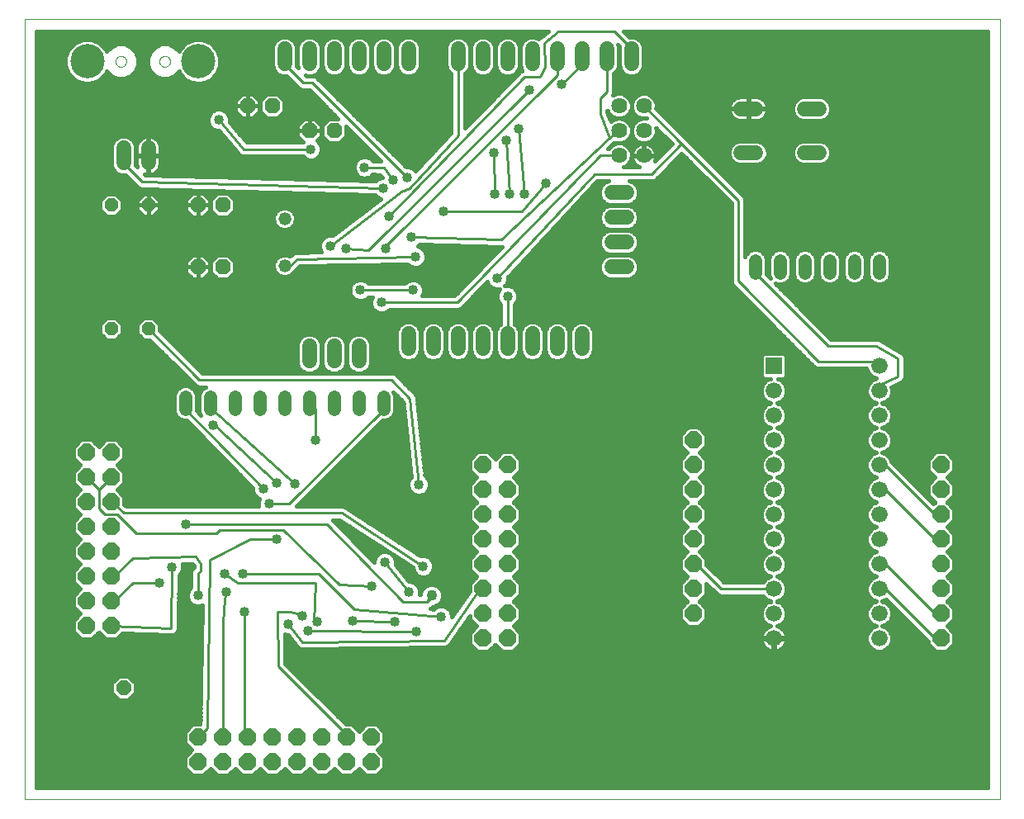
<source format=gbl>
G75*
%MOIN*%
%OFA0B0*%
%FSLAX25Y25*%
%IPPOS*%
%LPD*%
%AMOC8*
5,1,8,0,0,1.08239X$1,22.5*
%
%ADD10C,0.00000*%
%ADD11OC8,0.07000*%
%ADD12OC8,0.06300*%
%ADD13C,0.05200*%
%ADD14C,0.06000*%
%ADD15OC8,0.06000*%
%ADD16C,0.06400*%
%ADD17C,0.05200*%
%ADD18OC8,0.05200*%
%ADD19R,0.06600X0.06600*%
%ADD20C,0.06600*%
%ADD21C,0.13843*%
%ADD22C,0.01000*%
%ADD23C,0.04000*%
%ADD24C,0.01200*%
%ADD25C,0.04356*%
%ADD26C,0.01600*%
%ADD27OC8,0.04356*%
D10*
X0001800Y0001800D02*
X0001800Y0316761D01*
X0395501Y0316761D01*
X0395501Y0001800D01*
X0001800Y0001800D01*
X0038577Y0299800D02*
X0038579Y0299893D01*
X0038585Y0299985D01*
X0038595Y0300077D01*
X0038609Y0300168D01*
X0038626Y0300259D01*
X0038648Y0300349D01*
X0038673Y0300438D01*
X0038702Y0300526D01*
X0038735Y0300612D01*
X0038772Y0300697D01*
X0038812Y0300781D01*
X0038856Y0300862D01*
X0038903Y0300942D01*
X0038953Y0301020D01*
X0039007Y0301095D01*
X0039064Y0301168D01*
X0039124Y0301238D01*
X0039187Y0301306D01*
X0039253Y0301371D01*
X0039321Y0301433D01*
X0039392Y0301493D01*
X0039466Y0301549D01*
X0039542Y0301602D01*
X0039620Y0301651D01*
X0039700Y0301698D01*
X0039782Y0301740D01*
X0039866Y0301780D01*
X0039951Y0301815D01*
X0040038Y0301847D01*
X0040126Y0301876D01*
X0040215Y0301900D01*
X0040305Y0301921D01*
X0040396Y0301937D01*
X0040488Y0301950D01*
X0040580Y0301959D01*
X0040673Y0301964D01*
X0040765Y0301965D01*
X0040858Y0301962D01*
X0040950Y0301955D01*
X0041042Y0301944D01*
X0041133Y0301929D01*
X0041224Y0301911D01*
X0041314Y0301888D01*
X0041402Y0301862D01*
X0041490Y0301832D01*
X0041576Y0301798D01*
X0041660Y0301761D01*
X0041743Y0301719D01*
X0041824Y0301675D01*
X0041904Y0301627D01*
X0041981Y0301576D01*
X0042055Y0301521D01*
X0042128Y0301463D01*
X0042198Y0301403D01*
X0042265Y0301339D01*
X0042329Y0301273D01*
X0042391Y0301203D01*
X0042449Y0301132D01*
X0042504Y0301058D01*
X0042556Y0300981D01*
X0042605Y0300902D01*
X0042651Y0300822D01*
X0042693Y0300739D01*
X0042731Y0300655D01*
X0042766Y0300569D01*
X0042797Y0300482D01*
X0042824Y0300394D01*
X0042847Y0300304D01*
X0042867Y0300214D01*
X0042883Y0300123D01*
X0042895Y0300031D01*
X0042903Y0299939D01*
X0042907Y0299846D01*
X0042907Y0299754D01*
X0042903Y0299661D01*
X0042895Y0299569D01*
X0042883Y0299477D01*
X0042867Y0299386D01*
X0042847Y0299296D01*
X0042824Y0299206D01*
X0042797Y0299118D01*
X0042766Y0299031D01*
X0042731Y0298945D01*
X0042693Y0298861D01*
X0042651Y0298778D01*
X0042605Y0298698D01*
X0042556Y0298619D01*
X0042504Y0298542D01*
X0042449Y0298468D01*
X0042391Y0298397D01*
X0042329Y0298327D01*
X0042265Y0298261D01*
X0042198Y0298197D01*
X0042128Y0298137D01*
X0042055Y0298079D01*
X0041981Y0298024D01*
X0041904Y0297973D01*
X0041825Y0297925D01*
X0041743Y0297881D01*
X0041660Y0297839D01*
X0041576Y0297802D01*
X0041490Y0297768D01*
X0041402Y0297738D01*
X0041314Y0297712D01*
X0041224Y0297689D01*
X0041133Y0297671D01*
X0041042Y0297656D01*
X0040950Y0297645D01*
X0040858Y0297638D01*
X0040765Y0297635D01*
X0040673Y0297636D01*
X0040580Y0297641D01*
X0040488Y0297650D01*
X0040396Y0297663D01*
X0040305Y0297679D01*
X0040215Y0297700D01*
X0040126Y0297724D01*
X0040038Y0297753D01*
X0039951Y0297785D01*
X0039866Y0297820D01*
X0039782Y0297860D01*
X0039700Y0297902D01*
X0039620Y0297949D01*
X0039542Y0297998D01*
X0039466Y0298051D01*
X0039392Y0298107D01*
X0039321Y0298167D01*
X0039253Y0298229D01*
X0039187Y0298294D01*
X0039124Y0298362D01*
X0039064Y0298432D01*
X0039007Y0298505D01*
X0038953Y0298580D01*
X0038903Y0298658D01*
X0038856Y0298738D01*
X0038812Y0298819D01*
X0038772Y0298903D01*
X0038735Y0298988D01*
X0038702Y0299074D01*
X0038673Y0299162D01*
X0038648Y0299251D01*
X0038626Y0299341D01*
X0038609Y0299432D01*
X0038595Y0299523D01*
X0038585Y0299615D01*
X0038579Y0299707D01*
X0038577Y0299800D01*
X0056293Y0299800D02*
X0056295Y0299893D01*
X0056301Y0299985D01*
X0056311Y0300077D01*
X0056325Y0300168D01*
X0056342Y0300259D01*
X0056364Y0300349D01*
X0056389Y0300438D01*
X0056418Y0300526D01*
X0056451Y0300612D01*
X0056488Y0300697D01*
X0056528Y0300781D01*
X0056572Y0300862D01*
X0056619Y0300942D01*
X0056669Y0301020D01*
X0056723Y0301095D01*
X0056780Y0301168D01*
X0056840Y0301238D01*
X0056903Y0301306D01*
X0056969Y0301371D01*
X0057037Y0301433D01*
X0057108Y0301493D01*
X0057182Y0301549D01*
X0057258Y0301602D01*
X0057336Y0301651D01*
X0057416Y0301698D01*
X0057498Y0301740D01*
X0057582Y0301780D01*
X0057667Y0301815D01*
X0057754Y0301847D01*
X0057842Y0301876D01*
X0057931Y0301900D01*
X0058021Y0301921D01*
X0058112Y0301937D01*
X0058204Y0301950D01*
X0058296Y0301959D01*
X0058389Y0301964D01*
X0058481Y0301965D01*
X0058574Y0301962D01*
X0058666Y0301955D01*
X0058758Y0301944D01*
X0058849Y0301929D01*
X0058940Y0301911D01*
X0059030Y0301888D01*
X0059118Y0301862D01*
X0059206Y0301832D01*
X0059292Y0301798D01*
X0059376Y0301761D01*
X0059459Y0301719D01*
X0059540Y0301675D01*
X0059620Y0301627D01*
X0059697Y0301576D01*
X0059771Y0301521D01*
X0059844Y0301463D01*
X0059914Y0301403D01*
X0059981Y0301339D01*
X0060045Y0301273D01*
X0060107Y0301203D01*
X0060165Y0301132D01*
X0060220Y0301058D01*
X0060272Y0300981D01*
X0060321Y0300902D01*
X0060367Y0300822D01*
X0060409Y0300739D01*
X0060447Y0300655D01*
X0060482Y0300569D01*
X0060513Y0300482D01*
X0060540Y0300394D01*
X0060563Y0300304D01*
X0060583Y0300214D01*
X0060599Y0300123D01*
X0060611Y0300031D01*
X0060619Y0299939D01*
X0060623Y0299846D01*
X0060623Y0299754D01*
X0060619Y0299661D01*
X0060611Y0299569D01*
X0060599Y0299477D01*
X0060583Y0299386D01*
X0060563Y0299296D01*
X0060540Y0299206D01*
X0060513Y0299118D01*
X0060482Y0299031D01*
X0060447Y0298945D01*
X0060409Y0298861D01*
X0060367Y0298778D01*
X0060321Y0298698D01*
X0060272Y0298619D01*
X0060220Y0298542D01*
X0060165Y0298468D01*
X0060107Y0298397D01*
X0060045Y0298327D01*
X0059981Y0298261D01*
X0059914Y0298197D01*
X0059844Y0298137D01*
X0059771Y0298079D01*
X0059697Y0298024D01*
X0059620Y0297973D01*
X0059541Y0297925D01*
X0059459Y0297881D01*
X0059376Y0297839D01*
X0059292Y0297802D01*
X0059206Y0297768D01*
X0059118Y0297738D01*
X0059030Y0297712D01*
X0058940Y0297689D01*
X0058849Y0297671D01*
X0058758Y0297656D01*
X0058666Y0297645D01*
X0058574Y0297638D01*
X0058481Y0297635D01*
X0058389Y0297636D01*
X0058296Y0297641D01*
X0058204Y0297650D01*
X0058112Y0297663D01*
X0058021Y0297679D01*
X0057931Y0297700D01*
X0057842Y0297724D01*
X0057754Y0297753D01*
X0057667Y0297785D01*
X0057582Y0297820D01*
X0057498Y0297860D01*
X0057416Y0297902D01*
X0057336Y0297949D01*
X0057258Y0297998D01*
X0057182Y0298051D01*
X0057108Y0298107D01*
X0057037Y0298167D01*
X0056969Y0298229D01*
X0056903Y0298294D01*
X0056840Y0298362D01*
X0056780Y0298432D01*
X0056723Y0298505D01*
X0056669Y0298580D01*
X0056619Y0298658D01*
X0056572Y0298738D01*
X0056528Y0298819D01*
X0056488Y0298903D01*
X0056451Y0298988D01*
X0056418Y0299074D01*
X0056389Y0299162D01*
X0056364Y0299251D01*
X0056342Y0299341D01*
X0056325Y0299432D01*
X0056311Y0299523D01*
X0056301Y0299615D01*
X0056295Y0299707D01*
X0056293Y0299800D01*
D11*
X0036800Y0141800D03*
X0036800Y0131800D03*
X0036800Y0121800D03*
X0036800Y0111800D03*
X0036800Y0101800D03*
X0036800Y0091800D03*
X0036800Y0081800D03*
X0036800Y0071800D03*
X0026800Y0071800D03*
X0026800Y0081800D03*
X0026800Y0091800D03*
X0026800Y0101800D03*
X0026800Y0111800D03*
X0026800Y0121800D03*
X0026800Y0131800D03*
X0026800Y0141800D03*
X0071800Y0026800D03*
X0081800Y0026800D03*
X0081800Y0016800D03*
X0071800Y0016800D03*
X0091800Y0016800D03*
X0101800Y0016800D03*
X0101800Y0026800D03*
X0091800Y0026800D03*
X0111800Y0026800D03*
X0121800Y0026800D03*
X0121800Y0016800D03*
X0111800Y0016800D03*
X0131800Y0016800D03*
X0141800Y0016800D03*
X0141800Y0026800D03*
X0131800Y0026800D03*
X0186800Y0066800D03*
X0186800Y0076800D03*
X0186800Y0086800D03*
X0186800Y0096800D03*
X0186800Y0106800D03*
X0186800Y0116800D03*
X0186800Y0126800D03*
X0186800Y0136800D03*
X0196800Y0136800D03*
X0196800Y0126800D03*
X0196800Y0116800D03*
X0196800Y0106800D03*
X0196800Y0096800D03*
X0196800Y0086800D03*
X0196800Y0076800D03*
X0196800Y0066800D03*
X0271800Y0076800D03*
X0271800Y0086800D03*
X0271800Y0096800D03*
X0271800Y0106800D03*
X0271800Y0116800D03*
X0271800Y0126800D03*
X0271800Y0136800D03*
X0271800Y0146800D03*
X0371800Y0136800D03*
X0371800Y0126800D03*
X0371800Y0116800D03*
X0371800Y0106800D03*
X0371800Y0096800D03*
X0371800Y0086800D03*
X0371800Y0076800D03*
X0371800Y0066800D03*
D12*
X0126800Y0271800D03*
X0116800Y0271800D03*
X0101800Y0281800D03*
X0091800Y0281800D03*
X0081800Y0241800D03*
X0071800Y0241800D03*
X0071800Y0216800D03*
X0081800Y0216800D03*
D13*
X0076800Y0164400D02*
X0076800Y0159200D01*
X0086800Y0159200D02*
X0086800Y0164400D01*
X0096800Y0164400D02*
X0096800Y0159200D01*
X0106800Y0159200D02*
X0106800Y0164400D01*
X0116800Y0164400D02*
X0116800Y0159200D01*
X0126800Y0159200D02*
X0126800Y0164400D01*
X0136800Y0164400D02*
X0136800Y0159200D01*
X0146800Y0159200D02*
X0146800Y0164400D01*
X0066800Y0164400D02*
X0066800Y0159200D01*
X0296800Y0214200D02*
X0296800Y0219400D01*
X0306800Y0219400D02*
X0306800Y0214200D01*
X0316800Y0214200D02*
X0316800Y0219400D01*
X0326800Y0219400D02*
X0326800Y0214200D01*
X0336800Y0214200D02*
X0336800Y0219400D01*
X0346800Y0219400D02*
X0346800Y0214200D01*
D14*
X0322600Y0262900D02*
X0316600Y0262900D01*
X0316600Y0280700D02*
X0322600Y0280700D01*
X0297000Y0280700D02*
X0291000Y0280700D01*
X0291000Y0262900D02*
X0297000Y0262900D01*
X0244800Y0246800D02*
X0238800Y0246800D01*
X0238800Y0236800D02*
X0244800Y0236800D01*
X0244800Y0226800D02*
X0238800Y0226800D01*
X0238800Y0216800D02*
X0244800Y0216800D01*
X0226800Y0189800D02*
X0226800Y0183800D01*
X0216800Y0183800D02*
X0216800Y0189800D01*
X0206800Y0189800D02*
X0206800Y0183800D01*
X0196800Y0183800D02*
X0196800Y0189800D01*
X0186800Y0189800D02*
X0186800Y0183800D01*
X0176800Y0183800D02*
X0176800Y0189800D01*
X0166800Y0189800D02*
X0166800Y0183800D01*
X0156800Y0183800D02*
X0156800Y0189800D01*
X0136800Y0184800D02*
X0136800Y0178800D01*
X0126800Y0178800D02*
X0126800Y0184800D01*
X0116800Y0184800D02*
X0116800Y0178800D01*
X0051800Y0258800D02*
X0051800Y0264800D01*
X0041800Y0264800D02*
X0041800Y0258800D01*
X0106800Y0298800D02*
X0106800Y0304800D01*
X0116800Y0304800D02*
X0116800Y0298800D01*
X0126800Y0298800D02*
X0126800Y0304800D01*
X0136800Y0304800D02*
X0136800Y0298800D01*
X0146800Y0298800D02*
X0146800Y0304800D01*
X0156800Y0304800D02*
X0156800Y0298800D01*
X0176800Y0298800D02*
X0176800Y0304800D01*
X0186800Y0304800D02*
X0186800Y0298800D01*
X0196800Y0298800D02*
X0196800Y0304800D01*
X0206800Y0304800D02*
X0206800Y0298800D01*
X0216800Y0298800D02*
X0216800Y0304800D01*
X0226800Y0304800D02*
X0226800Y0298800D01*
X0236800Y0298800D02*
X0236800Y0304800D01*
X0246800Y0304800D02*
X0246800Y0298800D01*
D15*
X0041800Y0046800D03*
D16*
X0241800Y0261800D03*
X0241800Y0271800D03*
X0241800Y0281800D03*
X0251800Y0281800D03*
X0251800Y0271800D03*
X0251800Y0261800D03*
D17*
X0106800Y0236300D03*
X0106800Y0217300D03*
D18*
X0051800Y0241800D03*
X0036800Y0241800D03*
X0036800Y0191800D03*
X0051800Y0191800D03*
D19*
X0304300Y0176800D03*
D20*
X0304300Y0166800D03*
X0304300Y0156800D03*
X0304300Y0146800D03*
X0304300Y0136800D03*
X0304300Y0126800D03*
X0304300Y0116800D03*
X0304300Y0106800D03*
X0304300Y0096800D03*
X0304300Y0086800D03*
X0304300Y0076800D03*
X0304300Y0066800D03*
X0346800Y0066800D03*
X0346800Y0076800D03*
X0346800Y0086800D03*
X0346800Y0096800D03*
X0346800Y0106800D03*
X0346800Y0116800D03*
X0346800Y0126800D03*
X0346800Y0136800D03*
X0346800Y0146800D03*
X0346800Y0156800D03*
X0346800Y0166800D03*
X0346800Y0176800D03*
D21*
X0072041Y0299800D03*
X0027159Y0299800D03*
D22*
X0041800Y0261800D02*
X0041800Y0258675D01*
X0049300Y0251175D01*
X0146725Y0248575D01*
X0150550Y0251850D02*
X0146800Y0256800D01*
X0139100Y0257000D01*
X0154050Y0247125D02*
X0157200Y0248725D01*
X0176800Y0269925D01*
X0176800Y0301800D01*
X0203700Y0293500D02*
X0209875Y0293500D01*
X0211800Y0297425D01*
X0211600Y0307175D01*
X0217425Y0311800D01*
X0239925Y0311800D01*
X0246800Y0304925D01*
X0246800Y0301800D01*
X0236800Y0301800D02*
X0236800Y0287425D01*
X0234300Y0284925D01*
X0234300Y0278675D01*
X0237975Y0269000D01*
X0241800Y0271800D01*
X0237975Y0269000D02*
X0194400Y0227825D01*
X0158025Y0228825D01*
X0159650Y0220925D02*
X0111800Y0219925D01*
X0109300Y0217425D01*
X0106800Y0217425D01*
X0106800Y0217300D01*
X0125225Y0225300D02*
X0154050Y0247125D01*
X0156150Y0252875D02*
X0118050Y0291175D01*
X0114300Y0291175D01*
X0106800Y0298675D01*
X0106800Y0301800D01*
X0080200Y0276125D02*
X0090225Y0264300D01*
X0117425Y0264300D01*
X0148925Y0237325D02*
X0203700Y0293500D01*
X0205750Y0288150D02*
X0140500Y0223500D01*
X0131625Y0224300D01*
X0146725Y0224125D02*
X0217000Y0294400D01*
X0216800Y0301800D01*
X0226800Y0301800D02*
X0226800Y0298675D01*
X0218675Y0290550D01*
X0201375Y0272450D02*
X0203575Y0246375D01*
X0197775Y0246375D02*
X0196175Y0268050D01*
X0191175Y0263050D02*
X0191575Y0246175D01*
X0202675Y0239100D02*
X0212400Y0250625D01*
X0202675Y0239100D02*
X0170900Y0239300D01*
X0147725Y0224275D02*
X0146725Y0224125D01*
X0137425Y0207425D02*
X0158675Y0207425D01*
X0145950Y0202475D02*
X0176575Y0202475D01*
X0234300Y0261800D01*
X0241800Y0261800D01*
X0231800Y0254300D02*
X0192650Y0212150D01*
X0196800Y0204925D02*
X0196800Y0186800D01*
X0157425Y0163675D02*
X0149925Y0171175D01*
X0072425Y0171175D01*
X0051800Y0191800D01*
X0066800Y0161800D02*
X0066800Y0159300D01*
X0098300Y0127200D01*
X0103500Y0129425D02*
X0078675Y0153050D01*
X0078050Y0153050D01*
X0076800Y0159925D02*
X0076800Y0161800D01*
X0076800Y0159925D02*
X0110900Y0129225D01*
X0108675Y0121175D02*
X0100550Y0121175D01*
X0108675Y0121175D02*
X0146800Y0159300D01*
X0146800Y0161800D01*
X0157425Y0163675D02*
X0161025Y0128975D01*
X0162775Y0095975D02*
X0129925Y0117425D01*
X0041800Y0117425D01*
X0037425Y0121800D01*
X0036800Y0121800D01*
X0031800Y0119300D02*
X0034300Y0116800D01*
X0039300Y0116800D01*
X0046800Y0109300D01*
X0079300Y0109300D01*
X0080550Y0110550D01*
X0106175Y0110550D01*
X0129075Y0088450D01*
X0142050Y0088050D01*
X0134925Y0078675D02*
X0169975Y0075675D01*
X0164525Y0081625D02*
X0154725Y0081625D01*
X0124100Y0112850D01*
X0066850Y0113050D01*
X0070950Y0099900D02*
X0045550Y0099300D01*
X0038050Y0091800D01*
X0036800Y0091800D01*
X0045550Y0089300D02*
X0038050Y0081800D01*
X0036800Y0081800D01*
X0045550Y0089300D02*
X0056200Y0089100D01*
X0061450Y0095550D02*
X0061100Y0071000D01*
X0036800Y0071800D01*
X0073050Y0096800D02*
X0070950Y0099900D01*
X0073050Y0096800D02*
X0073050Y0094300D01*
X0071800Y0093050D01*
X0071800Y0084150D01*
X0082750Y0082425D02*
X0081800Y0073675D01*
X0081800Y0026800D01*
X0075550Y0030550D02*
X0071800Y0026800D01*
X0075550Y0030550D02*
X0076550Y0098500D01*
X0093050Y0106800D01*
X0103650Y0106800D01*
X0089950Y0093050D02*
X0120550Y0093050D01*
X0134925Y0078675D01*
X0134250Y0074075D02*
X0151425Y0073475D01*
X0160025Y0069725D02*
X0116200Y0069925D01*
X0118700Y0073675D02*
X0119275Y0089100D01*
X0088050Y0089300D01*
X0082700Y0092850D01*
X0083150Y0085550D02*
X0082750Y0082425D01*
X0090550Y0077425D02*
X0090550Y0028050D01*
X0091800Y0026800D01*
X0104300Y0055550D02*
X0131800Y0028050D01*
X0131800Y0026800D01*
X0104300Y0055550D02*
X0104100Y0077525D01*
X0106800Y0077425D01*
X0109300Y0077425D01*
X0111600Y0076925D01*
X0113850Y0075925D01*
X0118700Y0073675D02*
X0119950Y0073675D01*
X0113950Y0065375D02*
X0171125Y0065975D01*
X0185550Y0086800D01*
X0186800Y0086800D01*
X0156975Y0085575D02*
X0147200Y0097550D01*
X0108450Y0072675D02*
X0113950Y0065375D01*
X0036800Y0131800D02*
X0031800Y0126800D01*
X0026800Y0131800D01*
X0031800Y0126800D02*
X0031800Y0119300D01*
X0119300Y0146800D02*
X0119300Y0159300D01*
X0116800Y0161800D01*
X0231800Y0254300D02*
X0254925Y0254300D01*
X0267113Y0266488D01*
X0251800Y0281800D01*
X0267113Y0266488D02*
X0289925Y0243675D01*
X0289925Y0211175D01*
X0322425Y0178675D01*
X0344925Y0178675D01*
X0346800Y0176800D01*
X0346800Y0169300D02*
X0354400Y0172700D01*
X0354400Y0179875D01*
X0345550Y0184925D01*
X0326175Y0184925D01*
X0296800Y0214300D01*
X0296800Y0216800D01*
X0346800Y0169300D02*
X0346800Y0166800D01*
X0346800Y0136800D02*
X0349300Y0136800D01*
X0369300Y0116800D01*
X0371800Y0116800D01*
X0371800Y0106800D02*
X0369300Y0106800D01*
X0349300Y0126800D01*
X0346800Y0126800D01*
X0346800Y0096800D02*
X0349300Y0096800D01*
X0369300Y0076800D01*
X0371800Y0076800D01*
X0371800Y0066800D02*
X0369300Y0066800D01*
X0349300Y0086800D01*
X0346800Y0086800D01*
X0304300Y0086800D02*
X0283050Y0086800D01*
X0273050Y0096800D01*
X0271800Y0096800D01*
D23*
X0169975Y0075675D03*
X0160025Y0069725D03*
X0151425Y0073475D03*
X0156975Y0085575D03*
X0162775Y0095975D03*
X0147200Y0097550D03*
X0142050Y0088050D03*
X0134250Y0074075D03*
X0119950Y0073675D03*
X0116200Y0069925D03*
X0113850Y0075925D03*
X0108450Y0072675D03*
X0090550Y0077425D03*
X0083150Y0085550D03*
X0082700Y0092850D03*
X0089950Y0093050D03*
X0103650Y0106800D03*
X0100550Y0121175D03*
X0098300Y0127200D03*
X0103500Y0129425D03*
X0110900Y0129225D03*
X0119300Y0146800D03*
X0078050Y0153050D03*
X0066850Y0113050D03*
X0061450Y0095550D03*
X0056200Y0089100D03*
X0071800Y0084150D03*
X0161025Y0128975D03*
X0145950Y0202475D03*
X0137425Y0207425D03*
X0131625Y0224300D03*
X0125225Y0225300D03*
X0147725Y0224275D03*
X0158025Y0228825D03*
X0159650Y0220925D03*
X0158675Y0207425D03*
X0148925Y0237325D03*
X0146725Y0248575D03*
X0150550Y0251850D03*
X0156150Y0252875D03*
X0170900Y0239300D03*
X0191575Y0246175D03*
X0197775Y0246375D03*
X0203575Y0246375D03*
X0212400Y0250625D03*
X0196175Y0268050D03*
X0201375Y0272450D03*
X0191175Y0263050D03*
X0205750Y0288150D03*
X0218675Y0290550D03*
X0139100Y0257000D03*
X0117425Y0264300D03*
X0080200Y0276125D03*
X0192650Y0212150D03*
X0196800Y0204925D03*
D24*
X0175600Y0221200D02*
X0170800Y0220600D01*
X0155000Y0198000D02*
X0153000Y0196000D01*
X0140400Y0196000D01*
X0132000Y0204400D01*
X0132000Y0213600D01*
X0131400Y0214200D01*
X0120800Y0214200D01*
X0110800Y0227600D02*
X0120800Y0237600D01*
X0124600Y0237600D01*
X0124800Y0240600D01*
X0129800Y0241000D01*
X0114600Y0259800D02*
X0111800Y0257600D01*
X0114600Y0259800D02*
X0132200Y0259600D01*
X0140000Y0195600D02*
X0140800Y0195600D01*
X0140000Y0195600D02*
X0140000Y0192800D01*
X0162200Y0170600D01*
X0176400Y0170600D01*
X0182400Y0164600D01*
X0166200Y0084200D02*
X0166100Y0083200D01*
X0164525Y0081625D01*
D25*
X0166200Y0084200D03*
X0155000Y0198000D03*
X0175600Y0221200D03*
X0129800Y0241000D03*
X0110800Y0227600D03*
X0120800Y0214200D03*
D26*
X0112984Y0217149D02*
X0156437Y0218057D01*
X0157214Y0217280D01*
X0158795Y0216625D01*
X0160505Y0216625D01*
X0162086Y0217280D01*
X0163295Y0218489D01*
X0163950Y0220070D01*
X0163950Y0221780D01*
X0163295Y0223361D01*
X0162086Y0224570D01*
X0160506Y0225225D01*
X0161217Y0225936D01*
X0194325Y0225026D01*
X0194603Y0225018D01*
X0175393Y0205275D01*
X0162439Y0205275D01*
X0162975Y0206570D01*
X0162975Y0208280D01*
X0162320Y0209861D01*
X0161111Y0211070D01*
X0159530Y0211725D01*
X0157820Y0211725D01*
X0156239Y0211070D01*
X0155394Y0210225D01*
X0140706Y0210225D01*
X0139861Y0211070D01*
X0138280Y0211725D01*
X0136570Y0211725D01*
X0134989Y0211070D01*
X0133780Y0209861D01*
X0133125Y0208280D01*
X0133125Y0206570D01*
X0133780Y0204989D01*
X0134989Y0203780D01*
X0136570Y0203125D01*
X0138280Y0203125D01*
X0139861Y0203780D01*
X0140706Y0204625D01*
X0142186Y0204625D01*
X0141650Y0203330D01*
X0141650Y0201620D01*
X0142305Y0200039D01*
X0143514Y0198830D01*
X0145095Y0198175D01*
X0146805Y0198175D01*
X0148386Y0198830D01*
X0149231Y0199675D01*
X0176038Y0199675D01*
X0176056Y0199668D01*
X0176594Y0199675D01*
X0177132Y0199675D01*
X0177150Y0199683D01*
X0177170Y0199683D01*
X0177664Y0199895D01*
X0178161Y0200101D01*
X0178175Y0200115D01*
X0178193Y0200123D01*
X0178568Y0200509D01*
X0178949Y0200889D01*
X0178956Y0200907D01*
X0188563Y0210780D01*
X0189005Y0209714D01*
X0190214Y0208505D01*
X0191795Y0207850D01*
X0193505Y0207850D01*
X0193742Y0207948D01*
X0193155Y0207361D01*
X0192500Y0205780D01*
X0192500Y0204070D01*
X0193155Y0202489D01*
X0194000Y0201644D01*
X0194000Y0193788D01*
X0192731Y0192519D01*
X0192000Y0190755D01*
X0192000Y0182845D01*
X0192731Y0181081D01*
X0194081Y0179731D01*
X0195845Y0179000D01*
X0197755Y0179000D01*
X0199519Y0179731D01*
X0200869Y0181081D01*
X0201600Y0182845D01*
X0201600Y0190755D01*
X0200869Y0192519D01*
X0199600Y0193788D01*
X0199600Y0201644D01*
X0200445Y0202489D01*
X0201100Y0204070D01*
X0201100Y0205780D01*
X0200445Y0207361D01*
X0199236Y0208570D01*
X0197655Y0209225D01*
X0195945Y0209225D01*
X0195708Y0209127D01*
X0196295Y0209714D01*
X0196950Y0211295D01*
X0196950Y0212665D01*
X0233021Y0251500D01*
X0237604Y0251500D01*
X0236081Y0250869D01*
X0234731Y0249519D01*
X0234000Y0247755D01*
X0234000Y0245845D01*
X0234731Y0244081D01*
X0236081Y0242731D01*
X0237845Y0242000D01*
X0245755Y0242000D01*
X0247519Y0242731D01*
X0248869Y0244081D01*
X0249600Y0245845D01*
X0249600Y0247755D01*
X0248869Y0249519D01*
X0247519Y0250869D01*
X0245996Y0251500D01*
X0255482Y0251500D01*
X0256511Y0251926D01*
X0257299Y0252714D01*
X0267112Y0262528D01*
X0287125Y0242515D01*
X0287125Y0210618D01*
X0287551Y0209589D01*
X0320051Y0177089D01*
X0320839Y0176301D01*
X0321868Y0175875D01*
X0341700Y0175875D01*
X0341700Y0175786D01*
X0342476Y0173911D01*
X0343911Y0172476D01*
X0345531Y0171805D01*
X0345214Y0171674D01*
X0345196Y0171656D01*
X0343911Y0171124D01*
X0342476Y0169689D01*
X0341700Y0167814D01*
X0341700Y0165786D01*
X0342476Y0163911D01*
X0343911Y0162476D01*
X0345544Y0161800D01*
X0343911Y0161124D01*
X0342476Y0159689D01*
X0341700Y0157814D01*
X0341700Y0155786D01*
X0342476Y0153911D01*
X0343911Y0152476D01*
X0345544Y0151800D01*
X0343911Y0151124D01*
X0342476Y0149689D01*
X0341700Y0147814D01*
X0341700Y0145786D01*
X0342476Y0143911D01*
X0343911Y0142476D01*
X0345544Y0141800D01*
X0343911Y0141124D01*
X0342476Y0139689D01*
X0341700Y0137814D01*
X0341700Y0135786D01*
X0342476Y0133911D01*
X0343911Y0132476D01*
X0345544Y0131800D01*
X0343911Y0131124D01*
X0342476Y0129689D01*
X0341700Y0127814D01*
X0341700Y0125786D01*
X0342476Y0123911D01*
X0343911Y0122476D01*
X0345544Y0121800D01*
X0343911Y0121124D01*
X0342476Y0119689D01*
X0341700Y0117814D01*
X0341700Y0115786D01*
X0342476Y0113911D01*
X0343911Y0112476D01*
X0345544Y0111800D01*
X0343911Y0111124D01*
X0342476Y0109689D01*
X0341700Y0107814D01*
X0341700Y0105786D01*
X0342476Y0103911D01*
X0343911Y0102476D01*
X0345544Y0101800D01*
X0343911Y0101124D01*
X0342476Y0099689D01*
X0341700Y0097814D01*
X0341700Y0095786D01*
X0342476Y0093911D01*
X0343911Y0092476D01*
X0345544Y0091800D01*
X0343911Y0091124D01*
X0342476Y0089689D01*
X0341700Y0087814D01*
X0341700Y0085786D01*
X0342476Y0083911D01*
X0343911Y0082476D01*
X0345544Y0081800D01*
X0343911Y0081124D01*
X0342476Y0079689D01*
X0341700Y0077814D01*
X0341700Y0075786D01*
X0342476Y0073911D01*
X0343911Y0072476D01*
X0345544Y0071800D01*
X0343911Y0071124D01*
X0342476Y0069689D01*
X0341700Y0067814D01*
X0341700Y0065786D01*
X0342476Y0063911D01*
X0343911Y0062476D01*
X0345786Y0061700D01*
X0347814Y0061700D01*
X0349689Y0062476D01*
X0351124Y0063911D01*
X0351900Y0065786D01*
X0351900Y0067814D01*
X0351124Y0069689D01*
X0349689Y0071124D01*
X0348056Y0071800D01*
X0349689Y0072476D01*
X0351124Y0073911D01*
X0351900Y0075786D01*
X0351900Y0077814D01*
X0351124Y0079689D01*
X0349689Y0081124D01*
X0348056Y0081800D01*
X0349671Y0082469D01*
X0366500Y0065640D01*
X0366500Y0064605D01*
X0369605Y0061500D01*
X0373995Y0061500D01*
X0377100Y0064605D01*
X0377100Y0068995D01*
X0374295Y0071800D01*
X0377100Y0074605D01*
X0377100Y0078995D01*
X0374295Y0081800D01*
X0377100Y0084605D01*
X0377100Y0088995D01*
X0374295Y0091800D01*
X0377100Y0094605D01*
X0377100Y0098995D01*
X0374295Y0101800D01*
X0377100Y0104605D01*
X0377100Y0108995D01*
X0374295Y0111800D01*
X0377100Y0114605D01*
X0377100Y0118995D01*
X0374295Y0121800D01*
X0377100Y0124605D01*
X0377100Y0128995D01*
X0374295Y0131800D01*
X0377100Y0134605D01*
X0377100Y0138995D01*
X0373995Y0142100D01*
X0369605Y0142100D01*
X0366500Y0138995D01*
X0366500Y0134605D01*
X0369305Y0131800D01*
X0366500Y0128995D01*
X0366500Y0124605D01*
X0369305Y0121800D01*
X0368782Y0121278D01*
X0351656Y0138404D01*
X0351124Y0139689D01*
X0349689Y0141124D01*
X0348056Y0141800D01*
X0349689Y0142476D01*
X0351124Y0143911D01*
X0351900Y0145786D01*
X0351900Y0147814D01*
X0351124Y0149689D01*
X0349689Y0151124D01*
X0348056Y0151800D01*
X0349689Y0152476D01*
X0351124Y0153911D01*
X0351900Y0155786D01*
X0351900Y0157814D01*
X0351124Y0159689D01*
X0349689Y0161124D01*
X0348056Y0161800D01*
X0349689Y0162476D01*
X0351124Y0163911D01*
X0351900Y0165786D01*
X0351900Y0167814D01*
X0351655Y0168405D01*
X0355508Y0170128D01*
X0355986Y0170326D01*
X0356015Y0170355D01*
X0356052Y0170372D01*
X0356408Y0170748D01*
X0356774Y0171114D01*
X0356789Y0171151D01*
X0356817Y0171181D01*
X0357002Y0171665D01*
X0357200Y0172143D01*
X0357200Y0172184D01*
X0357214Y0172222D01*
X0357200Y0172739D01*
X0357200Y0179699D01*
X0357248Y0180076D01*
X0357200Y0180251D01*
X0357200Y0180432D01*
X0357054Y0180784D01*
X0356954Y0181151D01*
X0356843Y0181294D01*
X0356774Y0181461D01*
X0356505Y0181730D01*
X0356271Y0182031D01*
X0356114Y0182121D01*
X0355986Y0182249D01*
X0355634Y0182394D01*
X0347264Y0187171D01*
X0347136Y0187299D01*
X0346784Y0187444D01*
X0346454Y0187633D01*
X0346274Y0187656D01*
X0346107Y0187725D01*
X0345726Y0187725D01*
X0345349Y0187773D01*
X0345174Y0187725D01*
X0327335Y0187725D01*
X0304790Y0210270D01*
X0305925Y0209800D01*
X0307675Y0209800D01*
X0309292Y0210470D01*
X0310530Y0211708D01*
X0311200Y0213325D01*
X0311200Y0220275D01*
X0310530Y0221892D01*
X0309292Y0223130D01*
X0307675Y0223800D01*
X0305925Y0223800D01*
X0304308Y0223130D01*
X0303070Y0221892D01*
X0302400Y0220275D01*
X0302400Y0213325D01*
X0302870Y0212190D01*
X0301200Y0213860D01*
X0301200Y0220275D01*
X0300530Y0221892D01*
X0299292Y0223130D01*
X0297675Y0223800D01*
X0295925Y0223800D01*
X0294308Y0223130D01*
X0293070Y0221892D01*
X0292725Y0221060D01*
X0292725Y0244232D01*
X0292299Y0245261D01*
X0269486Y0268074D01*
X0256787Y0280773D01*
X0256800Y0280805D01*
X0256800Y0282795D01*
X0256039Y0284632D01*
X0254632Y0286039D01*
X0252795Y0286800D01*
X0250805Y0286800D01*
X0248968Y0286039D01*
X0247561Y0284632D01*
X0246800Y0282795D01*
X0246039Y0284632D01*
X0244632Y0286039D01*
X0242795Y0286800D01*
X0240805Y0286800D01*
X0239316Y0286183D01*
X0239600Y0286868D01*
X0239600Y0294812D01*
X0240869Y0296081D01*
X0241600Y0297845D01*
X0241600Y0305755D01*
X0241310Y0306455D01*
X0242003Y0305762D01*
X0242000Y0305755D01*
X0242000Y0297845D01*
X0242731Y0296081D01*
X0244081Y0294731D01*
X0245845Y0294000D01*
X0247755Y0294000D01*
X0249519Y0294731D01*
X0250869Y0296081D01*
X0251600Y0297845D01*
X0251600Y0305755D01*
X0250869Y0307519D01*
X0249519Y0308869D01*
X0247755Y0309600D01*
X0246085Y0309600D01*
X0243724Y0311961D01*
X0390701Y0311961D01*
X0390701Y0006600D01*
X0006600Y0006600D01*
X0006600Y0311961D01*
X0213124Y0311961D01*
X0210143Y0309594D01*
X0209966Y0309516D01*
X0209711Y0309250D01*
X0209423Y0309022D01*
X0209372Y0308930D01*
X0207755Y0309600D01*
X0205845Y0309600D01*
X0204081Y0308869D01*
X0202731Y0307519D01*
X0202000Y0305755D01*
X0202000Y0297845D01*
X0202713Y0296123D01*
X0202612Y0296080D01*
X0202114Y0295874D01*
X0202101Y0295861D01*
X0202084Y0295854D01*
X0201708Y0295467D01*
X0201326Y0295086D01*
X0201319Y0295069D01*
X0179600Y0272795D01*
X0179600Y0294812D01*
X0180869Y0296081D01*
X0181600Y0297845D01*
X0181600Y0305755D01*
X0180869Y0307519D01*
X0179519Y0308869D01*
X0177755Y0309600D01*
X0175845Y0309600D01*
X0174081Y0308869D01*
X0172731Y0307519D01*
X0172000Y0305755D01*
X0172000Y0297845D01*
X0172731Y0296081D01*
X0174000Y0294812D01*
X0174000Y0271021D01*
X0159629Y0255477D01*
X0158586Y0256520D01*
X0157005Y0257175D01*
X0155822Y0257175D01*
X0120425Y0292758D01*
X0120424Y0292761D01*
X0120033Y0293152D01*
X0119642Y0293545D01*
X0119639Y0293546D01*
X0119636Y0293549D01*
X0119126Y0293760D01*
X0118614Y0293974D01*
X0118610Y0293974D01*
X0118607Y0293975D01*
X0118057Y0293975D01*
X0117500Y0293976D01*
X0117497Y0293975D01*
X0115460Y0293975D01*
X0115145Y0294290D01*
X0115845Y0294000D01*
X0117755Y0294000D01*
X0119519Y0294731D01*
X0120869Y0296081D01*
X0121600Y0297845D01*
X0121600Y0305755D01*
X0120869Y0307519D01*
X0119519Y0308869D01*
X0117755Y0309600D01*
X0115845Y0309600D01*
X0114081Y0308869D01*
X0112731Y0307519D01*
X0112000Y0305755D01*
X0112000Y0297845D01*
X0112290Y0297145D01*
X0111597Y0297838D01*
X0111600Y0297845D01*
X0111600Y0305755D01*
X0110869Y0307519D01*
X0109519Y0308869D01*
X0107755Y0309600D01*
X0105845Y0309600D01*
X0104081Y0308869D01*
X0102731Y0307519D01*
X0102000Y0305755D01*
X0102000Y0297845D01*
X0102731Y0296081D01*
X0104081Y0294731D01*
X0105845Y0294000D01*
X0107515Y0294000D01*
X0112714Y0288801D01*
X0113743Y0288375D01*
X0116886Y0288375D01*
X0128450Y0276750D01*
X0124750Y0276750D01*
X0121850Y0273850D01*
X0121850Y0269750D01*
X0124750Y0266850D01*
X0128850Y0266850D01*
X0131750Y0269750D01*
X0131750Y0273433D01*
X0145476Y0259635D01*
X0142468Y0259713D01*
X0141536Y0260645D01*
X0139955Y0261300D01*
X0138245Y0261300D01*
X0136664Y0260645D01*
X0135455Y0259436D01*
X0134800Y0257855D01*
X0134800Y0256145D01*
X0135455Y0254564D01*
X0136664Y0253355D01*
X0138245Y0252700D01*
X0139955Y0252700D01*
X0141536Y0253355D01*
X0142297Y0254116D01*
X0145381Y0254036D01*
X0146261Y0252875D01*
X0145870Y0252875D01*
X0144289Y0252220D01*
X0143530Y0251461D01*
X0050491Y0253944D01*
X0050144Y0254291D01*
X0050676Y0254118D01*
X0051422Y0254000D01*
X0051600Y0254000D01*
X0051600Y0261600D01*
X0047000Y0261600D01*
X0047000Y0258422D01*
X0047118Y0257676D01*
X0047291Y0257144D01*
X0046597Y0257838D01*
X0046600Y0257845D01*
X0046600Y0265755D01*
X0045869Y0267519D01*
X0044519Y0268869D01*
X0042755Y0269600D01*
X0040845Y0269600D01*
X0039081Y0268869D01*
X0037731Y0267519D01*
X0037000Y0265755D01*
X0037000Y0257845D01*
X0037731Y0256081D01*
X0039081Y0254731D01*
X0040845Y0254000D01*
X0042515Y0254000D01*
X0047294Y0249222D01*
X0047651Y0248844D01*
X0047687Y0248829D01*
X0047714Y0248801D01*
X0048194Y0248602D01*
X0048669Y0248391D01*
X0048707Y0248390D01*
X0048743Y0248375D01*
X0049263Y0248375D01*
X0143355Y0245864D01*
X0144289Y0244930D01*
X0145726Y0244335D01*
X0126200Y0229550D01*
X0126080Y0229600D01*
X0124370Y0229600D01*
X0122789Y0228945D01*
X0121580Y0227736D01*
X0120925Y0226155D01*
X0120925Y0224445D01*
X0121553Y0222929D01*
X0111771Y0222725D01*
X0111243Y0222725D01*
X0111215Y0222713D01*
X0111185Y0222713D01*
X0110702Y0222501D01*
X0110214Y0222299D01*
X0110192Y0222277D01*
X0110165Y0222265D01*
X0109799Y0221884D01*
X0109047Y0221132D01*
X0107675Y0221700D01*
X0105925Y0221700D01*
X0104308Y0221030D01*
X0103070Y0219792D01*
X0102400Y0218175D01*
X0102400Y0216425D01*
X0103070Y0214808D01*
X0104308Y0213570D01*
X0105925Y0212900D01*
X0107675Y0212900D01*
X0109292Y0213570D01*
X0110530Y0214808D01*
X0110578Y0214924D01*
X0110886Y0215051D01*
X0111674Y0215839D01*
X0112984Y0217149D01*
X0111835Y0216001D02*
X0185829Y0216001D01*
X0187384Y0217599D02*
X0162405Y0217599D01*
X0163589Y0219198D02*
X0188940Y0219198D01*
X0190495Y0220796D02*
X0163950Y0220796D01*
X0163696Y0222395D02*
X0192051Y0222395D01*
X0193606Y0223993D02*
X0162663Y0223993D01*
X0160873Y0225592D02*
X0173752Y0225592D01*
X0184274Y0214402D02*
X0110125Y0214402D01*
X0103475Y0214402D02*
X0086402Y0214402D01*
X0086750Y0214750D02*
X0083850Y0211850D01*
X0079750Y0211850D01*
X0076850Y0214750D01*
X0076850Y0218850D01*
X0079750Y0221750D01*
X0083850Y0221750D01*
X0086750Y0218850D01*
X0086750Y0214750D01*
X0086750Y0216001D02*
X0102576Y0216001D01*
X0102400Y0217599D02*
X0086750Y0217599D01*
X0086403Y0219198D02*
X0102823Y0219198D01*
X0104074Y0220796D02*
X0084804Y0220796D01*
X0078796Y0220796D02*
X0074804Y0220796D01*
X0073850Y0221750D02*
X0071800Y0221750D01*
X0071800Y0216800D01*
X0076750Y0216800D01*
X0076750Y0218850D01*
X0073850Y0221750D01*
X0071800Y0221750D02*
X0069750Y0221750D01*
X0066850Y0218850D01*
X0066850Y0216800D01*
X0071800Y0216800D01*
X0071800Y0216800D01*
X0071800Y0216800D01*
X0076750Y0216800D01*
X0076750Y0214750D01*
X0073850Y0211850D01*
X0071800Y0211850D01*
X0071800Y0216800D01*
X0071800Y0216800D01*
X0071800Y0216800D01*
X0071800Y0221750D01*
X0071800Y0220796D02*
X0071800Y0220796D01*
X0071800Y0219198D02*
X0071800Y0219198D01*
X0071800Y0217599D02*
X0071800Y0217599D01*
X0071800Y0216800D02*
X0066850Y0216800D01*
X0066850Y0214750D01*
X0069750Y0211850D01*
X0071800Y0211850D01*
X0071800Y0216800D01*
X0071800Y0216001D02*
X0071800Y0216001D01*
X0071800Y0214402D02*
X0071800Y0214402D01*
X0071800Y0212803D02*
X0071800Y0212803D01*
X0074804Y0212803D02*
X0078796Y0212803D01*
X0077198Y0214402D02*
X0076402Y0214402D01*
X0076750Y0216001D02*
X0076850Y0216001D01*
X0076850Y0217599D02*
X0076750Y0217599D01*
X0076403Y0219198D02*
X0077197Y0219198D01*
X0068796Y0220796D02*
X0006600Y0220796D01*
X0006600Y0219198D02*
X0067197Y0219198D01*
X0066850Y0217599D02*
X0006600Y0217599D01*
X0006600Y0216001D02*
X0066850Y0216001D01*
X0067198Y0214402D02*
X0006600Y0214402D01*
X0006600Y0212803D02*
X0068796Y0212803D01*
X0084804Y0212803D02*
X0182718Y0212803D01*
X0181163Y0211205D02*
X0160786Y0211205D01*
X0162426Y0209606D02*
X0179607Y0209606D01*
X0178052Y0208008D02*
X0162975Y0208008D01*
X0162909Y0206409D02*
X0176497Y0206409D01*
X0181199Y0203212D02*
X0192855Y0203212D01*
X0192500Y0204811D02*
X0182755Y0204811D01*
X0184310Y0206409D02*
X0192761Y0206409D01*
X0191413Y0208008D02*
X0185865Y0208008D01*
X0187421Y0209606D02*
X0189112Y0209606D01*
X0196188Y0209606D02*
X0287544Y0209606D01*
X0287125Y0211205D02*
X0196913Y0211205D01*
X0197078Y0212803D02*
X0236008Y0212803D01*
X0236081Y0212731D02*
X0237845Y0212000D01*
X0245755Y0212000D01*
X0247519Y0212731D01*
X0248869Y0214081D01*
X0249600Y0215845D01*
X0249600Y0217755D01*
X0248869Y0219519D01*
X0247519Y0220869D01*
X0245755Y0221600D01*
X0237845Y0221600D01*
X0236081Y0220869D01*
X0234731Y0219519D01*
X0234000Y0217755D01*
X0234000Y0215845D01*
X0234731Y0214081D01*
X0236081Y0212731D01*
X0234598Y0214402D02*
X0198563Y0214402D01*
X0200048Y0216001D02*
X0234000Y0216001D01*
X0234000Y0217599D02*
X0201533Y0217599D01*
X0203017Y0219198D02*
X0234598Y0219198D01*
X0236008Y0220796D02*
X0204502Y0220796D01*
X0205987Y0222395D02*
X0236893Y0222395D01*
X0236081Y0222731D02*
X0237845Y0222000D01*
X0245755Y0222000D01*
X0247519Y0222731D01*
X0248869Y0224081D01*
X0249600Y0225845D01*
X0249600Y0227755D01*
X0248869Y0229519D01*
X0247519Y0230869D01*
X0245755Y0231600D01*
X0237845Y0231600D01*
X0236081Y0230869D01*
X0234731Y0229519D01*
X0234000Y0227755D01*
X0234000Y0225845D01*
X0234731Y0224081D01*
X0236081Y0222731D01*
X0234819Y0223993D02*
X0207472Y0223993D01*
X0208956Y0225592D02*
X0234105Y0225592D01*
X0234000Y0227190D02*
X0210441Y0227190D01*
X0211926Y0228789D02*
X0234428Y0228789D01*
X0235599Y0230387D02*
X0213411Y0230387D01*
X0214895Y0231986D02*
X0287125Y0231986D01*
X0287125Y0233584D02*
X0248372Y0233584D01*
X0248869Y0234081D02*
X0249600Y0235845D01*
X0249600Y0237755D01*
X0248869Y0239519D01*
X0247519Y0240869D01*
X0245755Y0241600D01*
X0237845Y0241600D01*
X0236081Y0240869D01*
X0234731Y0239519D01*
X0234000Y0237755D01*
X0234000Y0235845D01*
X0234731Y0234081D01*
X0236081Y0232731D01*
X0237845Y0232000D01*
X0245755Y0232000D01*
X0247519Y0232731D01*
X0248869Y0234081D01*
X0249326Y0235183D02*
X0287125Y0235183D01*
X0287125Y0236781D02*
X0249600Y0236781D01*
X0249341Y0238380D02*
X0287125Y0238380D01*
X0287125Y0239978D02*
X0248410Y0239978D01*
X0245811Y0241577D02*
X0287125Y0241577D01*
X0286465Y0243175D02*
X0247963Y0243175D01*
X0249156Y0244774D02*
X0284866Y0244774D01*
X0283268Y0246372D02*
X0249600Y0246372D01*
X0249511Y0247971D02*
X0281669Y0247971D01*
X0280071Y0249569D02*
X0248819Y0249569D01*
X0246798Y0251168D02*
X0278472Y0251168D01*
X0276874Y0252766D02*
X0257351Y0252766D01*
X0258950Y0254365D02*
X0275275Y0254365D01*
X0273677Y0255963D02*
X0260548Y0255963D01*
X0262147Y0257562D02*
X0272078Y0257562D01*
X0270480Y0259160D02*
X0263745Y0259160D01*
X0265344Y0260759D02*
X0268881Y0260759D01*
X0267283Y0262357D02*
X0266942Y0262357D01*
X0262220Y0265554D02*
X0255117Y0265554D01*
X0255057Y0265614D02*
X0255614Y0265057D01*
X0256076Y0264421D01*
X0256434Y0263719D01*
X0256677Y0262971D01*
X0256800Y0262194D01*
X0256800Y0261886D01*
X0251886Y0261886D01*
X0251714Y0261886D01*
X0251714Y0266800D01*
X0251406Y0266800D01*
X0250629Y0266677D01*
X0249881Y0266434D01*
X0249179Y0266076D01*
X0248543Y0265614D01*
X0247986Y0265057D01*
X0247524Y0264421D01*
X0247166Y0263719D01*
X0246923Y0262971D01*
X0246800Y0262194D01*
X0246800Y0261886D01*
X0251714Y0261886D01*
X0251714Y0261714D01*
X0246800Y0261714D01*
X0246800Y0261406D01*
X0246923Y0260629D01*
X0247166Y0259881D01*
X0247524Y0259179D01*
X0247986Y0258543D01*
X0248543Y0257986D01*
X0249179Y0257524D01*
X0249881Y0257166D01*
X0250085Y0257100D01*
X0243519Y0257100D01*
X0244632Y0257561D01*
X0246039Y0258968D01*
X0246800Y0260805D01*
X0246800Y0262795D01*
X0246039Y0264632D01*
X0244632Y0266039D01*
X0242795Y0266800D01*
X0244632Y0267561D01*
X0246039Y0268968D01*
X0246800Y0270805D01*
X0246800Y0272795D01*
X0246039Y0274632D01*
X0244632Y0276039D01*
X0242795Y0276800D01*
X0244632Y0277561D01*
X0246039Y0278968D01*
X0246800Y0280805D01*
X0246800Y0282795D01*
X0246800Y0280805D01*
X0247561Y0278968D01*
X0248968Y0277561D01*
X0250805Y0276800D01*
X0248968Y0276039D01*
X0247561Y0274632D01*
X0246800Y0272795D01*
X0246800Y0270805D01*
X0247561Y0268968D01*
X0248968Y0267561D01*
X0250805Y0266800D01*
X0252795Y0266800D01*
X0254632Y0267561D01*
X0256039Y0268968D01*
X0256800Y0270805D01*
X0256800Y0272795D01*
X0256768Y0272873D01*
X0263153Y0266487D01*
X0256317Y0259652D01*
X0256434Y0259881D01*
X0256677Y0260629D01*
X0256800Y0261406D01*
X0256800Y0261714D01*
X0251886Y0261714D01*
X0251886Y0261886D01*
X0251886Y0266800D01*
X0252194Y0266800D01*
X0252971Y0266677D01*
X0253719Y0266434D01*
X0254421Y0266076D01*
X0255057Y0265614D01*
X0256313Y0263956D02*
X0260621Y0263956D01*
X0259023Y0262357D02*
X0256774Y0262357D01*
X0256697Y0260759D02*
X0257424Y0260759D01*
X0251886Y0262357D02*
X0251714Y0262357D01*
X0251714Y0263956D02*
X0251886Y0263956D01*
X0251886Y0265554D02*
X0251714Y0265554D01*
X0249953Y0267153D02*
X0243646Y0267153D01*
X0242795Y0266800D02*
X0240805Y0266800D01*
X0240106Y0267090D01*
X0239770Y0266844D01*
X0237395Y0264600D01*
X0237548Y0264600D01*
X0237561Y0264632D01*
X0238968Y0266039D01*
X0240805Y0266800D01*
X0242795Y0266800D01*
X0245117Y0265554D02*
X0248483Y0265554D01*
X0247287Y0263956D02*
X0246319Y0263956D01*
X0246800Y0262357D02*
X0246826Y0262357D01*
X0246781Y0260759D02*
X0246903Y0260759D01*
X0247537Y0259160D02*
X0246119Y0259160D01*
X0244633Y0257562D02*
X0249127Y0257562D01*
X0253646Y0267153D02*
X0262487Y0267153D01*
X0260889Y0268751D02*
X0255822Y0268751D01*
X0256611Y0270350D02*
X0259290Y0270350D01*
X0257692Y0271948D02*
X0256800Y0271948D01*
X0252873Y0276768D02*
X0252795Y0276800D01*
X0250805Y0276800D01*
X0252795Y0276800D01*
X0252827Y0276813D01*
X0252873Y0276768D01*
X0250670Y0276744D02*
X0242930Y0276744D01*
X0242795Y0276800D02*
X0240805Y0276800D01*
X0242795Y0276800D01*
X0240805Y0276800D02*
X0238968Y0277561D01*
X0237561Y0278968D01*
X0237100Y0280081D01*
X0237100Y0279189D01*
X0238481Y0275552D01*
X0238968Y0276039D01*
X0240805Y0276800D01*
X0240670Y0276744D02*
X0238029Y0276744D01*
X0238186Y0278342D02*
X0237421Y0278342D01*
X0237158Y0279941D02*
X0237100Y0279941D01*
X0239379Y0286335D02*
X0239683Y0286335D01*
X0239600Y0287934D02*
X0390701Y0287934D01*
X0390701Y0289532D02*
X0239600Y0289532D01*
X0239600Y0291131D02*
X0390701Y0291131D01*
X0390701Y0292729D02*
X0239600Y0292729D01*
X0239600Y0294328D02*
X0245054Y0294328D01*
X0242886Y0295926D02*
X0240714Y0295926D01*
X0241467Y0297525D02*
X0242133Y0297525D01*
X0242000Y0299123D02*
X0241600Y0299123D01*
X0241600Y0300722D02*
X0242000Y0300722D01*
X0242000Y0302320D02*
X0241600Y0302320D01*
X0241600Y0303919D02*
X0242000Y0303919D01*
X0242000Y0305517D02*
X0241600Y0305517D01*
X0245372Y0310313D02*
X0390701Y0310313D01*
X0390701Y0311911D02*
X0243774Y0311911D01*
X0249674Y0308714D02*
X0390701Y0308714D01*
X0390701Y0307116D02*
X0251036Y0307116D01*
X0251600Y0305517D02*
X0390701Y0305517D01*
X0390701Y0303919D02*
X0251600Y0303919D01*
X0251600Y0302320D02*
X0390701Y0302320D01*
X0390701Y0300722D02*
X0251600Y0300722D01*
X0251600Y0299123D02*
X0390701Y0299123D01*
X0390701Y0297525D02*
X0251467Y0297525D01*
X0250714Y0295926D02*
X0390701Y0295926D01*
X0390701Y0294328D02*
X0248546Y0294328D01*
X0249683Y0286335D02*
X0243917Y0286335D01*
X0245935Y0284737D02*
X0247665Y0284737D01*
X0246942Y0283138D02*
X0246658Y0283138D01*
X0246800Y0281539D02*
X0246800Y0281539D01*
X0246442Y0279941D02*
X0247158Y0279941D01*
X0248186Y0278342D02*
X0245414Y0278342D01*
X0245526Y0275145D02*
X0248074Y0275145D01*
X0247112Y0273547D02*
X0246488Y0273547D01*
X0246800Y0271948D02*
X0246800Y0271948D01*
X0246611Y0270350D02*
X0246989Y0270350D01*
X0247778Y0268751D02*
X0245822Y0268751D01*
X0238483Y0265554D02*
X0238405Y0265554D01*
X0236802Y0251168D02*
X0232712Y0251168D01*
X0231227Y0249569D02*
X0234781Y0249569D01*
X0234089Y0247971D02*
X0229743Y0247971D01*
X0228258Y0246372D02*
X0234000Y0246372D01*
X0234444Y0244774D02*
X0226773Y0244774D01*
X0225288Y0243175D02*
X0235637Y0243175D01*
X0237789Y0241577D02*
X0223804Y0241577D01*
X0222319Y0239978D02*
X0235190Y0239978D01*
X0234259Y0238380D02*
X0220834Y0238380D01*
X0219350Y0236781D02*
X0234000Y0236781D01*
X0234274Y0235183D02*
X0217865Y0235183D01*
X0216380Y0233584D02*
X0235228Y0233584D01*
X0248001Y0230387D02*
X0287125Y0230387D01*
X0287125Y0228789D02*
X0249172Y0228789D01*
X0249600Y0227190D02*
X0287125Y0227190D01*
X0287125Y0225592D02*
X0249495Y0225592D01*
X0248781Y0223993D02*
X0287125Y0223993D01*
X0287125Y0222395D02*
X0246707Y0222395D01*
X0247592Y0220796D02*
X0287125Y0220796D01*
X0287125Y0219198D02*
X0249002Y0219198D01*
X0249600Y0217599D02*
X0287125Y0217599D01*
X0287125Y0216001D02*
X0249600Y0216001D01*
X0249002Y0214402D02*
X0287125Y0214402D01*
X0287125Y0212803D02*
X0247592Y0212803D01*
X0229519Y0193869D02*
X0227755Y0194600D01*
X0225845Y0194600D01*
X0224081Y0193869D01*
X0222731Y0192519D01*
X0222000Y0190755D01*
X0222000Y0182845D01*
X0222731Y0181081D01*
X0224081Y0179731D01*
X0225845Y0179000D01*
X0227755Y0179000D01*
X0229519Y0179731D01*
X0230869Y0181081D01*
X0231600Y0182845D01*
X0231600Y0190755D01*
X0230869Y0192519D01*
X0229519Y0193869D01*
X0229767Y0193621D02*
X0303519Y0193621D01*
X0305117Y0192023D02*
X0231075Y0192023D01*
X0231600Y0190424D02*
X0306716Y0190424D01*
X0308314Y0188826D02*
X0231600Y0188826D01*
X0231600Y0187227D02*
X0309913Y0187227D01*
X0311511Y0185629D02*
X0231600Y0185629D01*
X0231600Y0184030D02*
X0313110Y0184030D01*
X0314708Y0182432D02*
X0231429Y0182432D01*
X0230621Y0180833D02*
X0299200Y0180833D01*
X0299200Y0180846D02*
X0299200Y0172754D01*
X0300254Y0171700D01*
X0302803Y0171700D01*
X0301411Y0171124D01*
X0299976Y0169689D01*
X0299200Y0167814D01*
X0299200Y0165786D01*
X0299976Y0163911D01*
X0301411Y0162476D01*
X0303044Y0161800D01*
X0301411Y0161124D01*
X0299976Y0159689D01*
X0299200Y0157814D01*
X0299200Y0155786D01*
X0299976Y0153911D01*
X0301411Y0152476D01*
X0303044Y0151800D01*
X0301411Y0151124D01*
X0299976Y0149689D01*
X0299200Y0147814D01*
X0299200Y0145786D01*
X0299976Y0143911D01*
X0301411Y0142476D01*
X0303044Y0141800D01*
X0301411Y0141124D01*
X0299976Y0139689D01*
X0299200Y0137814D01*
X0299200Y0135786D01*
X0299976Y0133911D01*
X0301411Y0132476D01*
X0303044Y0131800D01*
X0301411Y0131124D01*
X0299976Y0129689D01*
X0299200Y0127814D01*
X0299200Y0125786D01*
X0299976Y0123911D01*
X0301411Y0122476D01*
X0303044Y0121800D01*
X0301411Y0121124D01*
X0299976Y0119689D01*
X0299200Y0117814D01*
X0299200Y0115786D01*
X0299976Y0113911D01*
X0301411Y0112476D01*
X0303044Y0111800D01*
X0301411Y0111124D01*
X0299976Y0109689D01*
X0299200Y0107814D01*
X0299200Y0105786D01*
X0299976Y0103911D01*
X0301411Y0102476D01*
X0303044Y0101800D01*
X0301411Y0101124D01*
X0299976Y0099689D01*
X0299200Y0097814D01*
X0299200Y0095786D01*
X0299976Y0093911D01*
X0301411Y0092476D01*
X0303044Y0091800D01*
X0301411Y0091124D01*
X0299976Y0089689D01*
X0299940Y0089600D01*
X0284210Y0089600D01*
X0277100Y0096710D01*
X0277100Y0098995D01*
X0274295Y0101800D01*
X0277100Y0104605D01*
X0277100Y0108995D01*
X0274295Y0111800D01*
X0277100Y0114605D01*
X0277100Y0118995D01*
X0274295Y0121800D01*
X0277100Y0124605D01*
X0277100Y0128995D01*
X0274295Y0131800D01*
X0277100Y0134605D01*
X0277100Y0138995D01*
X0274295Y0141800D01*
X0277100Y0144605D01*
X0277100Y0148995D01*
X0273995Y0152100D01*
X0269605Y0152100D01*
X0266500Y0148995D01*
X0266500Y0144605D01*
X0269305Y0141800D01*
X0266500Y0138995D01*
X0266500Y0134605D01*
X0269305Y0131800D01*
X0266500Y0128995D01*
X0266500Y0124605D01*
X0269305Y0121800D01*
X0266500Y0118995D01*
X0266500Y0114605D01*
X0269305Y0111800D01*
X0266500Y0108995D01*
X0266500Y0104605D01*
X0269305Y0101800D01*
X0266500Y0098995D01*
X0266500Y0094605D01*
X0269305Y0091800D01*
X0266500Y0088995D01*
X0266500Y0084605D01*
X0269305Y0081800D01*
X0266500Y0078995D01*
X0266500Y0074605D01*
X0269605Y0071500D01*
X0273995Y0071500D01*
X0277100Y0074605D01*
X0277100Y0078995D01*
X0274295Y0081800D01*
X0277100Y0084605D01*
X0277100Y0088790D01*
X0281464Y0084426D01*
X0282493Y0084000D01*
X0299940Y0084000D01*
X0299976Y0083911D01*
X0301411Y0082476D01*
X0303044Y0081800D01*
X0301411Y0081124D01*
X0299976Y0079689D01*
X0299200Y0077814D01*
X0299200Y0075786D01*
X0299976Y0073911D01*
X0301411Y0072476D01*
X0303106Y0071774D01*
X0303106Y0071774D01*
X0302342Y0071526D01*
X0301627Y0071162D01*
X0300978Y0070690D01*
X0300410Y0070122D01*
X0299938Y0069473D01*
X0299574Y0068758D01*
X0299326Y0067994D01*
X0299200Y0067201D01*
X0299200Y0067100D01*
X0304000Y0067100D01*
X0304000Y0066500D01*
X0304600Y0066500D01*
X0304600Y0067100D01*
X0309400Y0067100D01*
X0309400Y0067201D01*
X0309274Y0067994D01*
X0309026Y0068758D01*
X0308662Y0069473D01*
X0308190Y0070122D01*
X0307622Y0070690D01*
X0306973Y0071162D01*
X0306258Y0071526D01*
X0305494Y0071774D01*
X0307189Y0072476D01*
X0308624Y0073911D01*
X0309400Y0075786D01*
X0309400Y0077814D01*
X0308624Y0079689D01*
X0307189Y0081124D01*
X0305556Y0081800D01*
X0307189Y0082476D01*
X0308624Y0083911D01*
X0309400Y0085786D01*
X0309400Y0087814D01*
X0308624Y0089689D01*
X0307189Y0091124D01*
X0305556Y0091800D01*
X0307189Y0092476D01*
X0308624Y0093911D01*
X0309400Y0095786D01*
X0309400Y0097814D01*
X0308624Y0099689D01*
X0307189Y0101124D01*
X0305556Y0101800D01*
X0307189Y0102476D01*
X0308624Y0103911D01*
X0309400Y0105786D01*
X0309400Y0107814D01*
X0308624Y0109689D01*
X0307189Y0111124D01*
X0305556Y0111800D01*
X0307189Y0112476D01*
X0308624Y0113911D01*
X0309400Y0115786D01*
X0309400Y0117814D01*
X0308624Y0119689D01*
X0307189Y0121124D01*
X0305556Y0121800D01*
X0307189Y0122476D01*
X0308624Y0123911D01*
X0309400Y0125786D01*
X0309400Y0127814D01*
X0308624Y0129689D01*
X0307189Y0131124D01*
X0305556Y0131800D01*
X0307189Y0132476D01*
X0308624Y0133911D01*
X0309400Y0135786D01*
X0309400Y0137814D01*
X0308624Y0139689D01*
X0307189Y0141124D01*
X0305556Y0141800D01*
X0307189Y0142476D01*
X0308624Y0143911D01*
X0309400Y0145786D01*
X0309400Y0147814D01*
X0308624Y0149689D01*
X0307189Y0151124D01*
X0305556Y0151800D01*
X0307189Y0152476D01*
X0308624Y0153911D01*
X0309400Y0155786D01*
X0309400Y0157814D01*
X0308624Y0159689D01*
X0307189Y0161124D01*
X0305556Y0161800D01*
X0307189Y0162476D01*
X0308624Y0163911D01*
X0309400Y0165786D01*
X0309400Y0167814D01*
X0308624Y0169689D01*
X0307189Y0171124D01*
X0305797Y0171700D01*
X0308346Y0171700D01*
X0309400Y0172754D01*
X0309400Y0180846D01*
X0308346Y0181900D01*
X0300254Y0181900D01*
X0299200Y0180846D01*
X0299200Y0179235D02*
X0228322Y0179235D01*
X0225278Y0179235D02*
X0218322Y0179235D01*
X0217755Y0179000D02*
X0219519Y0179731D01*
X0220869Y0181081D01*
X0221600Y0182845D01*
X0221600Y0190755D01*
X0220869Y0192519D01*
X0219519Y0193869D01*
X0217755Y0194600D01*
X0215845Y0194600D01*
X0214081Y0193869D01*
X0212731Y0192519D01*
X0212000Y0190755D01*
X0212000Y0182845D01*
X0212731Y0181081D01*
X0214081Y0179731D01*
X0215845Y0179000D01*
X0217755Y0179000D01*
X0215278Y0179235D02*
X0208322Y0179235D01*
X0207755Y0179000D02*
X0209519Y0179731D01*
X0210869Y0181081D01*
X0211600Y0182845D01*
X0211600Y0190755D01*
X0210869Y0192519D01*
X0209519Y0193869D01*
X0207755Y0194600D01*
X0205845Y0194600D01*
X0204081Y0193869D01*
X0202731Y0192519D01*
X0202000Y0190755D01*
X0202000Y0182845D01*
X0202731Y0181081D01*
X0204081Y0179731D01*
X0205845Y0179000D01*
X0207755Y0179000D01*
X0205278Y0179235D02*
X0198322Y0179235D01*
X0200621Y0180833D02*
X0202979Y0180833D01*
X0202171Y0182432D02*
X0201429Y0182432D01*
X0201600Y0184030D02*
X0202000Y0184030D01*
X0202000Y0185629D02*
X0201600Y0185629D01*
X0201600Y0187227D02*
X0202000Y0187227D01*
X0202000Y0188826D02*
X0201600Y0188826D01*
X0201600Y0190424D02*
X0202000Y0190424D01*
X0202525Y0192023D02*
X0201075Y0192023D01*
X0199767Y0193621D02*
X0203833Y0193621D01*
X0199600Y0195220D02*
X0301920Y0195220D01*
X0300322Y0196818D02*
X0199600Y0196818D01*
X0199600Y0198417D02*
X0298723Y0198417D01*
X0297125Y0200015D02*
X0199600Y0200015D01*
X0199600Y0201614D02*
X0295526Y0201614D01*
X0293928Y0203212D02*
X0200745Y0203212D01*
X0201100Y0204811D02*
X0292329Y0204811D01*
X0290731Y0206409D02*
X0200839Y0206409D01*
X0199798Y0208008D02*
X0289132Y0208008D01*
X0301200Y0214402D02*
X0302400Y0214402D01*
X0302400Y0216001D02*
X0301200Y0216001D01*
X0301200Y0217599D02*
X0302400Y0217599D01*
X0302400Y0219198D02*
X0301200Y0219198D01*
X0300984Y0220796D02*
X0302616Y0220796D01*
X0303572Y0222395D02*
X0300028Y0222395D01*
X0293572Y0222395D02*
X0292725Y0222395D01*
X0292725Y0223993D02*
X0390701Y0223993D01*
X0390701Y0222395D02*
X0350028Y0222395D01*
X0350530Y0221892D02*
X0349292Y0223130D01*
X0347675Y0223800D01*
X0345925Y0223800D01*
X0344308Y0223130D01*
X0343070Y0221892D01*
X0342400Y0220275D01*
X0342400Y0213325D01*
X0343070Y0211708D01*
X0344308Y0210470D01*
X0345925Y0209800D01*
X0347675Y0209800D01*
X0349292Y0210470D01*
X0350530Y0211708D01*
X0351200Y0213325D01*
X0351200Y0220275D01*
X0350530Y0221892D01*
X0350984Y0220796D02*
X0390701Y0220796D01*
X0390701Y0219198D02*
X0351200Y0219198D01*
X0351200Y0217599D02*
X0390701Y0217599D01*
X0390701Y0216001D02*
X0351200Y0216001D01*
X0351200Y0214402D02*
X0390701Y0214402D01*
X0390701Y0212803D02*
X0350984Y0212803D01*
X0350028Y0211205D02*
X0390701Y0211205D01*
X0390701Y0209606D02*
X0305453Y0209606D01*
X0307052Y0208008D02*
X0390701Y0208008D01*
X0390701Y0206409D02*
X0308650Y0206409D01*
X0310249Y0204811D02*
X0390701Y0204811D01*
X0390701Y0203212D02*
X0311847Y0203212D01*
X0313446Y0201614D02*
X0390701Y0201614D01*
X0390701Y0200015D02*
X0315044Y0200015D01*
X0316643Y0198417D02*
X0390701Y0198417D01*
X0390701Y0196818D02*
X0318241Y0196818D01*
X0319840Y0195220D02*
X0390701Y0195220D01*
X0390701Y0193621D02*
X0321438Y0193621D01*
X0323037Y0192023D02*
X0390701Y0192023D01*
X0390701Y0190424D02*
X0324635Y0190424D01*
X0326234Y0188826D02*
X0390701Y0188826D01*
X0390701Y0187227D02*
X0347207Y0187227D01*
X0349966Y0185629D02*
X0390701Y0185629D01*
X0390701Y0184030D02*
X0352768Y0184030D01*
X0355569Y0182432D02*
X0390701Y0182432D01*
X0390701Y0180833D02*
X0357041Y0180833D01*
X0357200Y0179235D02*
X0390701Y0179235D01*
X0390701Y0177636D02*
X0357200Y0177636D01*
X0357200Y0176038D02*
X0390701Y0176038D01*
X0390701Y0174439D02*
X0357200Y0174439D01*
X0357200Y0172841D02*
X0390701Y0172841D01*
X0390701Y0171242D02*
X0356841Y0171242D01*
X0354425Y0169644D02*
X0390701Y0169644D01*
X0390701Y0168045D02*
X0351804Y0168045D01*
X0351900Y0166447D02*
X0390701Y0166447D01*
X0390701Y0164848D02*
X0351512Y0164848D01*
X0350462Y0163250D02*
X0390701Y0163250D01*
X0390701Y0161651D02*
X0348415Y0161651D01*
X0350760Y0160053D02*
X0390701Y0160053D01*
X0390701Y0158454D02*
X0351635Y0158454D01*
X0351900Y0156856D02*
X0390701Y0156856D01*
X0390701Y0155257D02*
X0351681Y0155257D01*
X0350871Y0153659D02*
X0390701Y0153659D01*
X0390701Y0152060D02*
X0348684Y0152060D01*
X0350351Y0150462D02*
X0390701Y0150462D01*
X0390701Y0148863D02*
X0351466Y0148863D01*
X0351900Y0147265D02*
X0390701Y0147265D01*
X0390701Y0145666D02*
X0351850Y0145666D01*
X0351188Y0144068D02*
X0390701Y0144068D01*
X0390701Y0142469D02*
X0349671Y0142469D01*
X0349942Y0140870D02*
X0368375Y0140870D01*
X0366777Y0139272D02*
X0351296Y0139272D01*
X0352386Y0137673D02*
X0366500Y0137673D01*
X0366500Y0136075D02*
X0353985Y0136075D01*
X0355583Y0134476D02*
X0366628Y0134476D01*
X0368227Y0132878D02*
X0357182Y0132878D01*
X0358780Y0131279D02*
X0368784Y0131279D01*
X0367186Y0129681D02*
X0360379Y0129681D01*
X0361977Y0128082D02*
X0366500Y0128082D01*
X0366500Y0126484D02*
X0363576Y0126484D01*
X0365174Y0124885D02*
X0366500Y0124885D01*
X0366773Y0123287D02*
X0367818Y0123287D01*
X0368371Y0121688D02*
X0369193Y0121688D01*
X0374407Y0121688D02*
X0390701Y0121688D01*
X0390701Y0120090D02*
X0376005Y0120090D01*
X0377100Y0118491D02*
X0390701Y0118491D01*
X0390701Y0116893D02*
X0377100Y0116893D01*
X0377100Y0115294D02*
X0390701Y0115294D01*
X0390701Y0113696D02*
X0376191Y0113696D01*
X0374593Y0112097D02*
X0390701Y0112097D01*
X0390701Y0110499D02*
X0375597Y0110499D01*
X0377100Y0108900D02*
X0390701Y0108900D01*
X0390701Y0107302D02*
X0377100Y0107302D01*
X0377100Y0105703D02*
X0390701Y0105703D01*
X0390701Y0104105D02*
X0376600Y0104105D01*
X0375002Y0102506D02*
X0390701Y0102506D01*
X0390701Y0100908D02*
X0375188Y0100908D01*
X0376786Y0099309D02*
X0390701Y0099309D01*
X0390701Y0097711D02*
X0377100Y0097711D01*
X0377100Y0096112D02*
X0390701Y0096112D01*
X0390701Y0094514D02*
X0377009Y0094514D01*
X0375410Y0092915D02*
X0390701Y0092915D01*
X0390701Y0091317D02*
X0374779Y0091317D01*
X0376377Y0089718D02*
X0390701Y0089718D01*
X0390701Y0088120D02*
X0377100Y0088120D01*
X0377100Y0086521D02*
X0390701Y0086521D01*
X0390701Y0084923D02*
X0377100Y0084923D01*
X0375819Y0083324D02*
X0390701Y0083324D01*
X0390701Y0081726D02*
X0374370Y0081726D01*
X0375968Y0080127D02*
X0390701Y0080127D01*
X0390701Y0078529D02*
X0377100Y0078529D01*
X0377100Y0076930D02*
X0390701Y0076930D01*
X0390701Y0075332D02*
X0377100Y0075332D01*
X0376228Y0073733D02*
X0390701Y0073733D01*
X0390701Y0072134D02*
X0374630Y0072134D01*
X0375559Y0070536D02*
X0390701Y0070536D01*
X0390701Y0068937D02*
X0377100Y0068937D01*
X0377100Y0067339D02*
X0390701Y0067339D01*
X0390701Y0065740D02*
X0377100Y0065740D01*
X0376637Y0064142D02*
X0390701Y0064142D01*
X0390701Y0062543D02*
X0375039Y0062543D01*
X0368561Y0062543D02*
X0349756Y0062543D01*
X0351219Y0064142D02*
X0366963Y0064142D01*
X0366400Y0065740D02*
X0351881Y0065740D01*
X0351900Y0067339D02*
X0364801Y0067339D01*
X0363203Y0068937D02*
X0351435Y0068937D01*
X0350276Y0070536D02*
X0361604Y0070536D01*
X0360006Y0072134D02*
X0348863Y0072134D01*
X0350945Y0073733D02*
X0358407Y0073733D01*
X0356809Y0075332D02*
X0351712Y0075332D01*
X0351900Y0076930D02*
X0355210Y0076930D01*
X0353612Y0078529D02*
X0351604Y0078529D01*
X0352013Y0080127D02*
X0350685Y0080127D01*
X0350415Y0081726D02*
X0348236Y0081726D01*
X0345364Y0081726D02*
X0305736Y0081726D01*
X0308037Y0083324D02*
X0343063Y0083324D01*
X0342057Y0084923D02*
X0309043Y0084923D01*
X0309400Y0086521D02*
X0341700Y0086521D01*
X0341826Y0088120D02*
X0309274Y0088120D01*
X0308594Y0089718D02*
X0342506Y0089718D01*
X0344377Y0091317D02*
X0306723Y0091317D01*
X0307628Y0092915D02*
X0343472Y0092915D01*
X0342227Y0094514D02*
X0308873Y0094514D01*
X0309400Y0096112D02*
X0341700Y0096112D01*
X0341700Y0097711D02*
X0309400Y0097711D01*
X0308781Y0099309D02*
X0342319Y0099309D01*
X0343695Y0100908D02*
X0307405Y0100908D01*
X0307219Y0102506D02*
X0343881Y0102506D01*
X0342396Y0104105D02*
X0308704Y0104105D01*
X0309366Y0105703D02*
X0341734Y0105703D01*
X0341700Y0107302D02*
X0309400Y0107302D01*
X0308950Y0108900D02*
X0342150Y0108900D01*
X0343286Y0110499D02*
X0307814Y0110499D01*
X0306274Y0112097D02*
X0344826Y0112097D01*
X0342692Y0113696D02*
X0308408Y0113696D01*
X0309197Y0115294D02*
X0341903Y0115294D01*
X0341700Y0116893D02*
X0309400Y0116893D01*
X0309120Y0118491D02*
X0341980Y0118491D01*
X0342877Y0120090D02*
X0308223Y0120090D01*
X0305825Y0121688D02*
X0345275Y0121688D01*
X0343101Y0123287D02*
X0307999Y0123287D01*
X0309027Y0124885D02*
X0342073Y0124885D01*
X0341700Y0126484D02*
X0309400Y0126484D01*
X0309289Y0128082D02*
X0341811Y0128082D01*
X0342473Y0129681D02*
X0308627Y0129681D01*
X0306813Y0131279D02*
X0344287Y0131279D01*
X0343510Y0132878D02*
X0307590Y0132878D01*
X0308858Y0134476D02*
X0342242Y0134476D01*
X0341700Y0136075D02*
X0309400Y0136075D01*
X0309400Y0137673D02*
X0341700Y0137673D01*
X0342304Y0139272D02*
X0308796Y0139272D01*
X0307442Y0140870D02*
X0343658Y0140870D01*
X0343929Y0142469D02*
X0307171Y0142469D01*
X0308688Y0144068D02*
X0342412Y0144068D01*
X0341749Y0145666D02*
X0309350Y0145666D01*
X0309400Y0147265D02*
X0341700Y0147265D01*
X0342134Y0148863D02*
X0308966Y0148863D01*
X0307851Y0150462D02*
X0343249Y0150462D01*
X0344916Y0152060D02*
X0306184Y0152060D01*
X0308371Y0153659D02*
X0342729Y0153659D01*
X0341919Y0155257D02*
X0309181Y0155257D01*
X0309400Y0156856D02*
X0341700Y0156856D01*
X0341965Y0158454D02*
X0309135Y0158454D01*
X0308260Y0160053D02*
X0342840Y0160053D01*
X0345185Y0161651D02*
X0305915Y0161651D01*
X0307962Y0163250D02*
X0343138Y0163250D01*
X0342088Y0164848D02*
X0309012Y0164848D01*
X0309400Y0166447D02*
X0341700Y0166447D01*
X0341796Y0168045D02*
X0309304Y0168045D01*
X0308642Y0169644D02*
X0342458Y0169644D01*
X0344198Y0171242D02*
X0306902Y0171242D01*
X0309400Y0172841D02*
X0343547Y0172841D01*
X0342258Y0174439D02*
X0309400Y0174439D01*
X0309400Y0176038D02*
X0321475Y0176038D01*
X0320051Y0177089D02*
X0320051Y0177089D01*
X0319504Y0177636D02*
X0309400Y0177636D01*
X0309400Y0179235D02*
X0317905Y0179235D01*
X0316307Y0180833D02*
X0309400Y0180833D01*
X0299200Y0177636D02*
X0141513Y0177636D01*
X0141600Y0177845D02*
X0141600Y0185755D01*
X0140869Y0187519D01*
X0139519Y0188869D01*
X0137755Y0189600D01*
X0135845Y0189600D01*
X0134081Y0188869D01*
X0132731Y0187519D01*
X0132000Y0185755D01*
X0132000Y0177845D01*
X0132731Y0176081D01*
X0134081Y0174731D01*
X0135845Y0174000D01*
X0137755Y0174000D01*
X0139519Y0174731D01*
X0140869Y0176081D01*
X0141600Y0177845D01*
X0141600Y0179235D02*
X0155278Y0179235D01*
X0155845Y0179000D02*
X0154081Y0179731D01*
X0152731Y0181081D01*
X0152000Y0182845D01*
X0152000Y0190755D01*
X0152731Y0192519D01*
X0154081Y0193869D01*
X0155845Y0194600D01*
X0157755Y0194600D01*
X0159519Y0193869D01*
X0160869Y0192519D01*
X0161600Y0190755D01*
X0161600Y0182845D01*
X0160869Y0181081D01*
X0159519Y0179731D01*
X0157755Y0179000D01*
X0155845Y0179000D01*
X0158322Y0179235D02*
X0165278Y0179235D01*
X0165845Y0179000D02*
X0167755Y0179000D01*
X0169519Y0179731D01*
X0170869Y0181081D01*
X0171600Y0182845D01*
X0171600Y0190755D01*
X0170869Y0192519D01*
X0169519Y0193869D01*
X0167755Y0194600D01*
X0165845Y0194600D01*
X0164081Y0193869D01*
X0162731Y0192519D01*
X0162000Y0190755D01*
X0162000Y0182845D01*
X0162731Y0181081D01*
X0164081Y0179731D01*
X0165845Y0179000D01*
X0168322Y0179235D02*
X0175278Y0179235D01*
X0175845Y0179000D02*
X0174081Y0179731D01*
X0172731Y0181081D01*
X0172000Y0182845D01*
X0172000Y0190755D01*
X0172731Y0192519D01*
X0174081Y0193869D01*
X0175845Y0194600D01*
X0177755Y0194600D01*
X0179519Y0193869D01*
X0180869Y0192519D01*
X0181600Y0190755D01*
X0181600Y0182845D01*
X0180869Y0181081D01*
X0179519Y0179731D01*
X0177755Y0179000D01*
X0175845Y0179000D01*
X0178322Y0179235D02*
X0185278Y0179235D01*
X0185845Y0179000D02*
X0187755Y0179000D01*
X0189519Y0179731D01*
X0190869Y0181081D01*
X0191600Y0182845D01*
X0191600Y0190755D01*
X0190869Y0192519D01*
X0189519Y0193869D01*
X0187755Y0194600D01*
X0185845Y0194600D01*
X0184081Y0193869D01*
X0182731Y0192519D01*
X0182000Y0190755D01*
X0182000Y0182845D01*
X0182731Y0181081D01*
X0184081Y0179731D01*
X0185845Y0179000D01*
X0188322Y0179235D02*
X0195278Y0179235D01*
X0192979Y0180833D02*
X0190621Y0180833D01*
X0191429Y0182432D02*
X0192171Y0182432D01*
X0192000Y0184030D02*
X0191600Y0184030D01*
X0191600Y0185629D02*
X0192000Y0185629D01*
X0192000Y0187227D02*
X0191600Y0187227D01*
X0191600Y0188826D02*
X0192000Y0188826D01*
X0192000Y0190424D02*
X0191600Y0190424D01*
X0191075Y0192023D02*
X0192525Y0192023D01*
X0193833Y0193621D02*
X0189767Y0193621D01*
X0194000Y0195220D02*
X0054603Y0195220D01*
X0053623Y0196200D02*
X0049977Y0196200D01*
X0047400Y0193623D01*
X0047400Y0189977D01*
X0049977Y0187400D01*
X0052240Y0187400D01*
X0070839Y0168801D01*
X0071868Y0168375D01*
X0074899Y0168375D01*
X0074308Y0168130D01*
X0073070Y0166892D01*
X0072400Y0165275D01*
X0072400Y0158325D01*
X0072926Y0157055D01*
X0071200Y0158814D01*
X0071200Y0165275D01*
X0070530Y0166892D01*
X0069292Y0168130D01*
X0067675Y0168800D01*
X0065925Y0168800D01*
X0064308Y0168130D01*
X0063070Y0166892D01*
X0062400Y0165275D01*
X0062400Y0158325D01*
X0063070Y0156708D01*
X0064308Y0155470D01*
X0065925Y0154800D01*
X0067293Y0154800D01*
X0094000Y0127584D01*
X0094000Y0126345D01*
X0094655Y0124764D01*
X0095864Y0123555D01*
X0096732Y0123195D01*
X0096250Y0122030D01*
X0096250Y0120320D01*
X0096289Y0120225D01*
X0042960Y0120225D01*
X0042100Y0121085D01*
X0042100Y0123995D01*
X0039295Y0126800D01*
X0042100Y0129605D01*
X0042100Y0133995D01*
X0039295Y0136800D01*
X0042100Y0139605D01*
X0042100Y0143995D01*
X0038995Y0147100D01*
X0034605Y0147100D01*
X0031800Y0144295D01*
X0028995Y0147100D01*
X0024605Y0147100D01*
X0021500Y0143995D01*
X0021500Y0139605D01*
X0024305Y0136800D01*
X0021500Y0133995D01*
X0021500Y0129605D01*
X0024305Y0126800D01*
X0021500Y0123995D01*
X0021500Y0119605D01*
X0024305Y0116800D01*
X0021500Y0113995D01*
X0021500Y0109605D01*
X0024305Y0106800D01*
X0021500Y0103995D01*
X0021500Y0099605D01*
X0024305Y0096800D01*
X0021500Y0093995D01*
X0021500Y0089605D01*
X0024305Y0086800D01*
X0021500Y0083995D01*
X0021500Y0079605D01*
X0024305Y0076800D01*
X0021500Y0073995D01*
X0021500Y0069605D01*
X0024605Y0066500D01*
X0028995Y0066500D01*
X0031800Y0069305D01*
X0034605Y0066500D01*
X0038995Y0066500D01*
X0041344Y0068849D01*
X0060478Y0068219D01*
X0060503Y0068208D01*
X0061035Y0068201D01*
X0061565Y0068183D01*
X0061590Y0068193D01*
X0061617Y0068192D01*
X0062111Y0068389D01*
X0062607Y0068575D01*
X0062627Y0068594D01*
X0062652Y0068604D01*
X0063033Y0068974D01*
X0063420Y0069337D01*
X0063431Y0069361D01*
X0063451Y0069380D01*
X0063661Y0069868D01*
X0063880Y0070351D01*
X0063881Y0070378D01*
X0063892Y0070403D01*
X0063899Y0070935D01*
X0063917Y0071465D01*
X0063907Y0071490D01*
X0064203Y0092222D01*
X0065095Y0093114D01*
X0065750Y0094695D01*
X0065750Y0096405D01*
X0065516Y0096971D01*
X0069489Y0097065D01*
X0070250Y0095941D01*
X0070250Y0095460D01*
X0069426Y0094636D01*
X0069000Y0093607D01*
X0069000Y0087431D01*
X0068155Y0086586D01*
X0067500Y0085005D01*
X0067500Y0083295D01*
X0068155Y0081714D01*
X0069364Y0080505D01*
X0070945Y0079850D01*
X0072655Y0079850D01*
X0073480Y0080192D01*
X0072773Y0032100D01*
X0069605Y0032100D01*
X0066500Y0028995D01*
X0066500Y0024605D01*
X0069305Y0021800D01*
X0066500Y0018995D01*
X0066500Y0014605D01*
X0069605Y0011500D01*
X0073995Y0011500D01*
X0076800Y0014305D01*
X0079605Y0011500D01*
X0083995Y0011500D01*
X0086800Y0014305D01*
X0089605Y0011500D01*
X0093995Y0011500D01*
X0096800Y0014305D01*
X0099605Y0011500D01*
X0103995Y0011500D01*
X0106800Y0014305D01*
X0109605Y0011500D01*
X0113995Y0011500D01*
X0116800Y0014305D01*
X0119605Y0011500D01*
X0123995Y0011500D01*
X0126800Y0014305D01*
X0129605Y0011500D01*
X0133995Y0011500D01*
X0136800Y0014305D01*
X0139605Y0011500D01*
X0143995Y0011500D01*
X0147100Y0014605D01*
X0147100Y0018995D01*
X0144295Y0021800D01*
X0147100Y0024605D01*
X0147100Y0028995D01*
X0143995Y0032100D01*
X0139605Y0032100D01*
X0136800Y0029295D01*
X0133995Y0032100D01*
X0131710Y0032100D01*
X0107089Y0056720D01*
X0106981Y0068629D01*
X0107595Y0068375D01*
X0108184Y0068375D01*
X0111508Y0063963D01*
X0111593Y0063764D01*
X0111840Y0063522D01*
X0112049Y0063245D01*
X0112235Y0063136D01*
X0112389Y0062985D01*
X0112710Y0062856D01*
X0113009Y0062680D01*
X0113222Y0062650D01*
X0113422Y0062569D01*
X0113769Y0062573D01*
X0114112Y0062525D01*
X0114321Y0062579D01*
X0170840Y0063172D01*
X0171077Y0063121D01*
X0171392Y0063178D01*
X0171711Y0063181D01*
X0171934Y0063276D01*
X0172173Y0063320D01*
X0172442Y0063493D01*
X0172736Y0063618D01*
X0172906Y0063791D01*
X0173110Y0063923D01*
X0173292Y0064186D01*
X0173515Y0064414D01*
X0173606Y0064639D01*
X0181500Y0076036D01*
X0181500Y0074605D01*
X0184305Y0071800D01*
X0181500Y0068995D01*
X0181500Y0064605D01*
X0184605Y0061500D01*
X0188995Y0061500D01*
X0191800Y0064305D01*
X0194605Y0061500D01*
X0198995Y0061500D01*
X0202100Y0064605D01*
X0202100Y0068995D01*
X0199295Y0071800D01*
X0202100Y0074605D01*
X0202100Y0078995D01*
X0199295Y0081800D01*
X0202100Y0084605D01*
X0202100Y0088995D01*
X0199295Y0091800D01*
X0202100Y0094605D01*
X0202100Y0098995D01*
X0199295Y0101800D01*
X0202100Y0104605D01*
X0202100Y0108995D01*
X0199295Y0111800D01*
X0202100Y0114605D01*
X0202100Y0118995D01*
X0199295Y0121800D01*
X0202100Y0124605D01*
X0202100Y0128995D01*
X0199295Y0131800D01*
X0202100Y0134605D01*
X0202100Y0138995D01*
X0198995Y0142100D01*
X0194605Y0142100D01*
X0191800Y0139295D01*
X0188995Y0142100D01*
X0184605Y0142100D01*
X0181500Y0138995D01*
X0181500Y0134605D01*
X0184305Y0131800D01*
X0181500Y0128995D01*
X0181500Y0124605D01*
X0184305Y0121800D01*
X0181500Y0118995D01*
X0181500Y0114605D01*
X0184305Y0111800D01*
X0181500Y0108995D01*
X0181500Y0104605D01*
X0184305Y0101800D01*
X0181500Y0098995D01*
X0181500Y0094605D01*
X0184305Y0091800D01*
X0181500Y0088995D01*
X0181500Y0085870D01*
X0174275Y0075440D01*
X0174275Y0076530D01*
X0173620Y0078111D01*
X0172411Y0079320D01*
X0170830Y0079975D01*
X0169120Y0079975D01*
X0167539Y0079320D01*
X0166962Y0078743D01*
X0165457Y0078872D01*
X0166168Y0079166D01*
X0166723Y0079722D01*
X0167091Y0079722D01*
X0168737Y0080404D01*
X0169996Y0081663D01*
X0170678Y0083309D01*
X0170678Y0085091D01*
X0169996Y0086737D01*
X0168737Y0087996D01*
X0167091Y0088678D01*
X0165309Y0088678D01*
X0163663Y0087996D01*
X0162404Y0086737D01*
X0161722Y0085091D01*
X0161722Y0084425D01*
X0161153Y0084425D01*
X0161275Y0084720D01*
X0161275Y0086430D01*
X0160620Y0088011D01*
X0159411Y0089220D01*
X0157830Y0089875D01*
X0157079Y0089875D01*
X0151500Y0096710D01*
X0151500Y0098405D01*
X0150845Y0099986D01*
X0149636Y0101195D01*
X0148055Y0101850D01*
X0146345Y0101850D01*
X0144764Y0101195D01*
X0143555Y0099986D01*
X0142900Y0098405D01*
X0142900Y0097680D01*
X0126483Y0114419D01*
X0126479Y0114428D01*
X0126283Y0114625D01*
X0129092Y0114625D01*
X0158475Y0095439D01*
X0158475Y0095120D01*
X0159130Y0093539D01*
X0160339Y0092330D01*
X0161920Y0091675D01*
X0163630Y0091675D01*
X0165211Y0092330D01*
X0166420Y0093539D01*
X0167075Y0095120D01*
X0167075Y0096830D01*
X0166420Y0098411D01*
X0165211Y0099620D01*
X0163630Y0100275D01*
X0161920Y0100275D01*
X0161547Y0100121D01*
X0131699Y0119610D01*
X0131511Y0119799D01*
X0131237Y0119912D01*
X0130990Y0120074D01*
X0130728Y0120123D01*
X0130482Y0120225D01*
X0130186Y0120225D01*
X0129895Y0120280D01*
X0129634Y0120225D01*
X0111685Y0120225D01*
X0146260Y0154800D01*
X0147675Y0154800D01*
X0149292Y0155470D01*
X0150530Y0156708D01*
X0151200Y0158325D01*
X0151200Y0165275D01*
X0150730Y0166410D01*
X0154742Y0162398D01*
X0157903Y0131934D01*
X0157380Y0131411D01*
X0156725Y0129830D01*
X0156725Y0128120D01*
X0157380Y0126539D01*
X0158589Y0125330D01*
X0160170Y0124675D01*
X0161880Y0124675D01*
X0163461Y0125330D01*
X0164670Y0126539D01*
X0165325Y0128120D01*
X0165325Y0129830D01*
X0164670Y0131411D01*
X0163462Y0132619D01*
X0160225Y0163820D01*
X0160225Y0164232D01*
X0160168Y0164370D01*
X0160153Y0164518D01*
X0159956Y0164880D01*
X0159799Y0165261D01*
X0159693Y0165366D01*
X0159622Y0165498D01*
X0159302Y0165757D01*
X0152299Y0172761D01*
X0151511Y0173549D01*
X0150482Y0173975D01*
X0073585Y0173975D01*
X0056200Y0191360D01*
X0056200Y0193623D01*
X0053623Y0196200D01*
X0056200Y0193621D02*
X0153833Y0193621D01*
X0152525Y0192023D02*
X0056200Y0192023D01*
X0057135Y0190424D02*
X0152000Y0190424D01*
X0152000Y0188826D02*
X0139562Y0188826D01*
X0140990Y0187227D02*
X0152000Y0187227D01*
X0152000Y0185629D02*
X0141600Y0185629D01*
X0141600Y0184030D02*
X0152000Y0184030D01*
X0152171Y0182432D02*
X0141600Y0182432D01*
X0141600Y0180833D02*
X0152979Y0180833D01*
X0160621Y0180833D02*
X0162979Y0180833D01*
X0162171Y0182432D02*
X0161429Y0182432D01*
X0161600Y0184030D02*
X0162000Y0184030D01*
X0162000Y0185629D02*
X0161600Y0185629D01*
X0161600Y0187227D02*
X0162000Y0187227D01*
X0162000Y0188826D02*
X0161600Y0188826D01*
X0161600Y0190424D02*
X0162000Y0190424D01*
X0162525Y0192023D02*
X0161075Y0192023D01*
X0159767Y0193621D02*
X0163833Y0193621D01*
X0169767Y0193621D02*
X0173833Y0193621D01*
X0172525Y0192023D02*
X0171075Y0192023D01*
X0171600Y0190424D02*
X0172000Y0190424D01*
X0172000Y0188826D02*
X0171600Y0188826D01*
X0171600Y0187227D02*
X0172000Y0187227D01*
X0172000Y0185629D02*
X0171600Y0185629D01*
X0171600Y0184030D02*
X0172000Y0184030D01*
X0172171Y0182432D02*
X0171429Y0182432D01*
X0170621Y0180833D02*
X0172979Y0180833D01*
X0180621Y0180833D02*
X0182979Y0180833D01*
X0182171Y0182432D02*
X0181429Y0182432D01*
X0181600Y0184030D02*
X0182000Y0184030D01*
X0182000Y0185629D02*
X0181600Y0185629D01*
X0181600Y0187227D02*
X0182000Y0187227D01*
X0182000Y0188826D02*
X0181600Y0188826D01*
X0181600Y0190424D02*
X0182000Y0190424D01*
X0182525Y0192023D02*
X0181075Y0192023D01*
X0179767Y0193621D02*
X0183833Y0193621D01*
X0177954Y0200015D02*
X0194000Y0200015D01*
X0194000Y0198417D02*
X0147389Y0198417D01*
X0144511Y0198417D02*
X0006600Y0198417D01*
X0006600Y0200015D02*
X0142328Y0200015D01*
X0141652Y0201614D02*
X0006600Y0201614D01*
X0006600Y0203212D02*
X0136359Y0203212D01*
X0138491Y0203212D02*
X0141650Y0203212D01*
X0133958Y0204811D02*
X0006600Y0204811D01*
X0006600Y0206409D02*
X0133191Y0206409D01*
X0133125Y0208008D02*
X0006600Y0208008D01*
X0006600Y0209606D02*
X0133674Y0209606D01*
X0135314Y0211205D02*
X0006600Y0211205D01*
X0006600Y0222395D02*
X0110445Y0222395D01*
X0107675Y0231900D02*
X0105925Y0231900D01*
X0104308Y0232570D01*
X0103070Y0233808D01*
X0102400Y0235425D01*
X0102400Y0237175D01*
X0103070Y0238792D01*
X0104308Y0240030D01*
X0105925Y0240700D01*
X0107675Y0240700D01*
X0109292Y0240030D01*
X0110530Y0238792D01*
X0111200Y0237175D01*
X0111200Y0235425D01*
X0110530Y0233808D01*
X0109292Y0232570D01*
X0107675Y0231900D01*
X0107882Y0231986D02*
X0129416Y0231986D01*
X0127305Y0230387D02*
X0006600Y0230387D01*
X0006600Y0228789D02*
X0122632Y0228789D01*
X0121354Y0227190D02*
X0006600Y0227190D01*
X0006600Y0225592D02*
X0120925Y0225592D01*
X0121112Y0223993D02*
X0006600Y0223993D01*
X0006600Y0231986D02*
X0105718Y0231986D01*
X0103293Y0233584D02*
X0006600Y0233584D01*
X0006600Y0235183D02*
X0102500Y0235183D01*
X0102400Y0236781D02*
X0006600Y0236781D01*
X0006600Y0238380D02*
X0033998Y0238380D01*
X0034977Y0237400D02*
X0038623Y0237400D01*
X0041200Y0239977D01*
X0041200Y0243623D01*
X0038623Y0246200D01*
X0034977Y0246200D01*
X0032400Y0243623D01*
X0032400Y0239977D01*
X0034977Y0237400D01*
X0032400Y0239978D02*
X0006600Y0239978D01*
X0006600Y0241577D02*
X0032400Y0241577D01*
X0032400Y0243175D02*
X0006600Y0243175D01*
X0006600Y0244774D02*
X0033551Y0244774D01*
X0040049Y0244774D02*
X0048551Y0244774D01*
X0047400Y0243623D02*
X0049977Y0246200D01*
X0051800Y0246200D01*
X0051800Y0241800D01*
X0051800Y0241800D01*
X0056200Y0241800D01*
X0056200Y0243623D01*
X0053623Y0246200D01*
X0051800Y0246200D01*
X0051800Y0241800D01*
X0051800Y0241800D01*
X0051800Y0241800D01*
X0047400Y0241800D01*
X0047400Y0243623D01*
X0047400Y0243175D02*
X0041200Y0243175D01*
X0041200Y0241577D02*
X0047400Y0241577D01*
X0047400Y0241800D02*
X0047400Y0239977D01*
X0049977Y0237400D01*
X0051800Y0237400D01*
X0053623Y0237400D01*
X0056200Y0239977D01*
X0056200Y0241800D01*
X0051800Y0241800D01*
X0051800Y0237400D01*
X0051800Y0241800D01*
X0051800Y0241800D01*
X0047400Y0241800D01*
X0047400Y0239978D02*
X0041200Y0239978D01*
X0039602Y0238380D02*
X0048998Y0238380D01*
X0051800Y0238380D02*
X0051800Y0238380D01*
X0051800Y0239978D02*
X0051800Y0239978D01*
X0051800Y0241577D02*
X0051800Y0241577D01*
X0051800Y0243175D02*
X0051800Y0243175D01*
X0051800Y0244774D02*
X0051800Y0244774D01*
X0055049Y0244774D02*
X0067773Y0244774D01*
X0066850Y0243850D02*
X0069750Y0246750D01*
X0071800Y0246750D01*
X0073850Y0246750D01*
X0076750Y0243850D01*
X0076750Y0241800D01*
X0071800Y0241800D01*
X0071800Y0241800D01*
X0071800Y0241800D01*
X0071800Y0246750D01*
X0071800Y0241800D01*
X0076750Y0241800D01*
X0076750Y0239750D01*
X0073850Y0236850D01*
X0071800Y0236850D01*
X0071800Y0241800D01*
X0071800Y0241800D01*
X0071800Y0241800D01*
X0066850Y0241800D01*
X0066850Y0243850D01*
X0066850Y0243175D02*
X0056200Y0243175D01*
X0056200Y0241577D02*
X0066850Y0241577D01*
X0066850Y0241800D02*
X0066850Y0239750D01*
X0069750Y0236850D01*
X0071800Y0236850D01*
X0071800Y0241800D01*
X0066850Y0241800D01*
X0066850Y0239978D02*
X0056200Y0239978D01*
X0054602Y0238380D02*
X0068220Y0238380D01*
X0071800Y0238380D02*
X0071800Y0238380D01*
X0071800Y0239978D02*
X0071800Y0239978D01*
X0071800Y0241577D02*
X0071800Y0241577D01*
X0071800Y0243175D02*
X0071800Y0243175D01*
X0071800Y0244774D02*
X0071800Y0244774D01*
X0071800Y0246372D02*
X0071800Y0246372D01*
X0074228Y0246372D02*
X0079372Y0246372D01*
X0079750Y0246750D02*
X0076850Y0243850D01*
X0076850Y0239750D01*
X0079750Y0236850D01*
X0083850Y0236850D01*
X0086750Y0239750D01*
X0086750Y0243850D01*
X0083850Y0246750D01*
X0079750Y0246750D01*
X0077773Y0244774D02*
X0075827Y0244774D01*
X0076750Y0243175D02*
X0076850Y0243175D01*
X0076850Y0241577D02*
X0076750Y0241577D01*
X0076750Y0239978D02*
X0076850Y0239978D01*
X0078220Y0238380D02*
X0075380Y0238380D01*
X0069372Y0246372D02*
X0006600Y0246372D01*
X0006600Y0247971D02*
X0064411Y0247971D01*
X0055461Y0255673D02*
X0055905Y0256284D01*
X0056248Y0256957D01*
X0056482Y0257676D01*
X0056600Y0258422D01*
X0056600Y0261600D01*
X0052000Y0261600D01*
X0052000Y0262000D01*
X0051600Y0262000D01*
X0051600Y0269600D01*
X0051422Y0269600D01*
X0050676Y0269482D01*
X0049957Y0269248D01*
X0049284Y0268905D01*
X0048673Y0268461D01*
X0048139Y0267927D01*
X0047695Y0267316D01*
X0047352Y0266643D01*
X0047118Y0265924D01*
X0047000Y0265178D01*
X0047000Y0262000D01*
X0051600Y0262000D01*
X0051600Y0261600D01*
X0052000Y0261600D01*
X0052000Y0254000D01*
X0052178Y0254000D01*
X0052924Y0254118D01*
X0053643Y0254352D01*
X0054316Y0254695D01*
X0054927Y0255139D01*
X0055461Y0255673D01*
X0055672Y0255963D02*
X0134875Y0255963D01*
X0134800Y0257562D02*
X0056445Y0257562D01*
X0056600Y0259160D02*
X0135341Y0259160D01*
X0136938Y0260759D02*
X0119965Y0260759D01*
X0119861Y0260655D02*
X0121070Y0261864D01*
X0121725Y0263445D01*
X0121725Y0265155D01*
X0121070Y0266736D01*
X0119903Y0267903D01*
X0121750Y0269750D01*
X0121750Y0271800D01*
X0121750Y0273850D01*
X0118850Y0276750D01*
X0116800Y0276750D01*
X0116800Y0271800D01*
X0121750Y0271800D01*
X0116800Y0271800D01*
X0116800Y0271800D01*
X0116800Y0271800D01*
X0116800Y0271800D01*
X0111850Y0271800D01*
X0111850Y0273850D01*
X0114750Y0276750D01*
X0116800Y0276750D01*
X0116800Y0271800D01*
X0111850Y0271800D01*
X0111850Y0269750D01*
X0114322Y0267278D01*
X0114144Y0267100D01*
X0091522Y0267100D01*
X0084500Y0275383D01*
X0084500Y0276980D01*
X0083845Y0278561D01*
X0082636Y0279770D01*
X0081055Y0280425D01*
X0079345Y0280425D01*
X0077764Y0279770D01*
X0076555Y0278561D01*
X0075900Y0276980D01*
X0075900Y0275270D01*
X0076555Y0273689D01*
X0077764Y0272480D01*
X0079345Y0271825D01*
X0080175Y0271825D01*
X0087806Y0262824D01*
X0087851Y0262714D01*
X0088164Y0262402D01*
X0088449Y0262065D01*
X0088555Y0262010D01*
X0088639Y0261926D01*
X0089047Y0261757D01*
X0089440Y0261555D01*
X0089558Y0261545D01*
X0089668Y0261500D01*
X0090110Y0261500D01*
X0090550Y0261464D01*
X0090663Y0261500D01*
X0114144Y0261500D01*
X0114989Y0260655D01*
X0116570Y0260000D01*
X0118280Y0260000D01*
X0119861Y0260655D01*
X0121275Y0262357D02*
X0142768Y0262357D01*
X0141262Y0260759D02*
X0144358Y0260759D01*
X0141178Y0263956D02*
X0121725Y0263956D01*
X0121560Y0265554D02*
X0139587Y0265554D01*
X0137997Y0267153D02*
X0129153Y0267153D01*
X0130752Y0268751D02*
X0136407Y0268751D01*
X0134817Y0270350D02*
X0131750Y0270350D01*
X0131750Y0271948D02*
X0133227Y0271948D01*
X0137945Y0275145D02*
X0174000Y0275145D01*
X0174000Y0273547D02*
X0139535Y0273547D01*
X0141126Y0271948D02*
X0174000Y0271948D01*
X0173380Y0270350D02*
X0142716Y0270350D01*
X0144306Y0268751D02*
X0171902Y0268751D01*
X0170424Y0267153D02*
X0145896Y0267153D01*
X0147486Y0265554D02*
X0168946Y0265554D01*
X0167468Y0263956D02*
X0149076Y0263956D01*
X0150667Y0262357D02*
X0165990Y0262357D01*
X0164512Y0260759D02*
X0152257Y0260759D01*
X0153847Y0259160D02*
X0163034Y0259160D01*
X0161557Y0257562D02*
X0155437Y0257562D01*
X0159143Y0255963D02*
X0160079Y0255963D01*
X0145607Y0252766D02*
X0140115Y0252766D01*
X0138085Y0252766D02*
X0094629Y0252766D01*
X0088201Y0262357D02*
X0056600Y0262357D01*
X0056600Y0262000D02*
X0056600Y0265178D01*
X0056482Y0265924D01*
X0056248Y0266643D01*
X0055905Y0267316D01*
X0055461Y0267927D01*
X0054927Y0268461D01*
X0054316Y0268905D01*
X0053643Y0269248D01*
X0052924Y0269482D01*
X0052178Y0269600D01*
X0052000Y0269600D01*
X0052000Y0262000D01*
X0056600Y0262000D01*
X0056600Y0260759D02*
X0114885Y0260759D01*
X0114197Y0267153D02*
X0091477Y0267153D01*
X0090122Y0268751D02*
X0112848Y0268751D01*
X0111850Y0270350D02*
X0088767Y0270350D01*
X0087412Y0271948D02*
X0111850Y0271948D01*
X0111850Y0273547D02*
X0086056Y0273547D01*
X0084701Y0275145D02*
X0113145Y0275145D01*
X0114744Y0276744D02*
X0084500Y0276744D01*
X0083936Y0278342D02*
X0088257Y0278342D01*
X0086850Y0279750D02*
X0086850Y0281800D01*
X0091800Y0281800D01*
X0096750Y0281800D01*
X0096750Y0283850D01*
X0093850Y0286750D01*
X0091800Y0286750D01*
X0091800Y0281800D01*
X0091800Y0281800D01*
X0091800Y0281800D01*
X0096750Y0281800D01*
X0096750Y0279750D01*
X0093850Y0276850D01*
X0091800Y0276850D01*
X0091800Y0281800D01*
X0091800Y0281800D01*
X0091800Y0281800D01*
X0091800Y0286750D01*
X0089750Y0286750D01*
X0086850Y0283850D01*
X0086850Y0281800D01*
X0091800Y0281800D01*
X0091800Y0276850D01*
X0089750Y0276850D01*
X0086850Y0279750D01*
X0086850Y0279941D02*
X0082224Y0279941D01*
X0078176Y0279941D02*
X0006600Y0279941D01*
X0006600Y0281539D02*
X0086850Y0281539D01*
X0086850Y0283138D02*
X0006600Y0283138D01*
X0006600Y0284737D02*
X0087736Y0284737D01*
X0089335Y0286335D02*
X0006600Y0286335D01*
X0006600Y0287934D02*
X0117325Y0287934D01*
X0118915Y0286335D02*
X0104265Y0286335D01*
X0103850Y0286750D02*
X0099750Y0286750D01*
X0096850Y0283850D01*
X0096850Y0279750D01*
X0099750Y0276850D01*
X0103850Y0276850D01*
X0106750Y0279750D01*
X0106750Y0283850D01*
X0103850Y0286750D01*
X0105864Y0284737D02*
X0120505Y0284737D01*
X0122096Y0283138D02*
X0106750Y0283138D01*
X0106750Y0281539D02*
X0123686Y0281539D01*
X0125276Y0279941D02*
X0106750Y0279941D01*
X0105343Y0278342D02*
X0126866Y0278342D01*
X0124744Y0276744D02*
X0118856Y0276744D01*
X0116800Y0276744D02*
X0116800Y0276744D01*
X0116800Y0275145D02*
X0116800Y0275145D01*
X0116800Y0273547D02*
X0116800Y0273547D01*
X0116800Y0271948D02*
X0116800Y0271948D01*
X0120455Y0275145D02*
X0123145Y0275145D01*
X0121850Y0273547D02*
X0121750Y0273547D01*
X0121750Y0271948D02*
X0121850Y0271948D01*
X0121850Y0270350D02*
X0121750Y0270350D01*
X0120752Y0268751D02*
X0122848Y0268751D01*
X0124447Y0267153D02*
X0120653Y0267153D01*
X0133175Y0279941D02*
X0174000Y0279941D01*
X0174000Y0281539D02*
X0131585Y0281539D01*
X0129995Y0283138D02*
X0174000Y0283138D01*
X0174000Y0284737D02*
X0128404Y0284737D01*
X0126814Y0286335D02*
X0174000Y0286335D01*
X0174000Y0287934D02*
X0125224Y0287934D01*
X0123634Y0289532D02*
X0174000Y0289532D01*
X0174000Y0291131D02*
X0122044Y0291131D01*
X0120454Y0292729D02*
X0174000Y0292729D01*
X0174000Y0294328D02*
X0158546Y0294328D01*
X0157755Y0294000D02*
X0159519Y0294731D01*
X0160869Y0296081D01*
X0161600Y0297845D01*
X0161600Y0305755D01*
X0160869Y0307519D01*
X0159519Y0308869D01*
X0157755Y0309600D01*
X0155845Y0309600D01*
X0154081Y0308869D01*
X0152731Y0307519D01*
X0152000Y0305755D01*
X0152000Y0297845D01*
X0152731Y0296081D01*
X0154081Y0294731D01*
X0155845Y0294000D01*
X0157755Y0294000D01*
X0155054Y0294328D02*
X0148546Y0294328D01*
X0147755Y0294000D02*
X0149519Y0294731D01*
X0150869Y0296081D01*
X0151600Y0297845D01*
X0151600Y0305755D01*
X0150869Y0307519D01*
X0149519Y0308869D01*
X0147755Y0309600D01*
X0145845Y0309600D01*
X0144081Y0308869D01*
X0142731Y0307519D01*
X0142000Y0305755D01*
X0142000Y0297845D01*
X0142731Y0296081D01*
X0144081Y0294731D01*
X0145845Y0294000D01*
X0147755Y0294000D01*
X0145054Y0294328D02*
X0138546Y0294328D01*
X0137755Y0294000D02*
X0139519Y0294731D01*
X0140869Y0296081D01*
X0141600Y0297845D01*
X0141600Y0305755D01*
X0140869Y0307519D01*
X0139519Y0308869D01*
X0137755Y0309600D01*
X0135845Y0309600D01*
X0134081Y0308869D01*
X0132731Y0307519D01*
X0132000Y0305755D01*
X0132000Y0297845D01*
X0132731Y0296081D01*
X0134081Y0294731D01*
X0135845Y0294000D01*
X0137755Y0294000D01*
X0135054Y0294328D02*
X0128546Y0294328D01*
X0127755Y0294000D02*
X0129519Y0294731D01*
X0130869Y0296081D01*
X0131600Y0297845D01*
X0131600Y0305755D01*
X0130869Y0307519D01*
X0129519Y0308869D01*
X0127755Y0309600D01*
X0125845Y0309600D01*
X0124081Y0308869D01*
X0122731Y0307519D01*
X0122000Y0305755D01*
X0122000Y0297845D01*
X0122731Y0296081D01*
X0124081Y0294731D01*
X0125845Y0294000D01*
X0127755Y0294000D01*
X0125054Y0294328D02*
X0118546Y0294328D01*
X0120714Y0295926D02*
X0122886Y0295926D01*
X0122133Y0297525D02*
X0121467Y0297525D01*
X0121600Y0299123D02*
X0122000Y0299123D01*
X0122000Y0300722D02*
X0121600Y0300722D01*
X0121600Y0302320D02*
X0122000Y0302320D01*
X0122000Y0303919D02*
X0121600Y0303919D01*
X0121600Y0305517D02*
X0122000Y0305517D01*
X0122564Y0307116D02*
X0121036Y0307116D01*
X0119674Y0308714D02*
X0123926Y0308714D01*
X0129674Y0308714D02*
X0133926Y0308714D01*
X0132564Y0307116D02*
X0131036Y0307116D01*
X0131600Y0305517D02*
X0132000Y0305517D01*
X0132000Y0303919D02*
X0131600Y0303919D01*
X0131600Y0302320D02*
X0132000Y0302320D01*
X0132000Y0300722D02*
X0131600Y0300722D01*
X0131600Y0299123D02*
X0132000Y0299123D01*
X0132133Y0297525D02*
X0131467Y0297525D01*
X0130714Y0295926D02*
X0132886Y0295926D01*
X0140714Y0295926D02*
X0142886Y0295926D01*
X0142133Y0297525D02*
X0141467Y0297525D01*
X0141600Y0299123D02*
X0142000Y0299123D01*
X0142000Y0300722D02*
X0141600Y0300722D01*
X0141600Y0302320D02*
X0142000Y0302320D01*
X0142000Y0303919D02*
X0141600Y0303919D01*
X0141600Y0305517D02*
X0142000Y0305517D01*
X0142564Y0307116D02*
X0141036Y0307116D01*
X0139674Y0308714D02*
X0143926Y0308714D01*
X0149674Y0308714D02*
X0153926Y0308714D01*
X0152564Y0307116D02*
X0151036Y0307116D01*
X0151600Y0305517D02*
X0152000Y0305517D01*
X0152000Y0303919D02*
X0151600Y0303919D01*
X0151600Y0302320D02*
X0152000Y0302320D01*
X0152000Y0300722D02*
X0151600Y0300722D01*
X0151600Y0299123D02*
X0152000Y0299123D01*
X0152133Y0297525D02*
X0151467Y0297525D01*
X0150714Y0295926D02*
X0152886Y0295926D01*
X0160714Y0295926D02*
X0172886Y0295926D01*
X0172133Y0297525D02*
X0161467Y0297525D01*
X0161600Y0299123D02*
X0172000Y0299123D01*
X0172000Y0300722D02*
X0161600Y0300722D01*
X0161600Y0302320D02*
X0172000Y0302320D01*
X0172000Y0303919D02*
X0161600Y0303919D01*
X0161600Y0305517D02*
X0172000Y0305517D01*
X0172564Y0307116D02*
X0161036Y0307116D01*
X0159674Y0308714D02*
X0173926Y0308714D01*
X0179674Y0308714D02*
X0183926Y0308714D01*
X0184081Y0308869D02*
X0182731Y0307519D01*
X0182000Y0305755D01*
X0182000Y0297845D01*
X0182731Y0296081D01*
X0184081Y0294731D01*
X0185845Y0294000D01*
X0187755Y0294000D01*
X0189519Y0294731D01*
X0190869Y0296081D01*
X0191600Y0297845D01*
X0191600Y0305755D01*
X0190869Y0307519D01*
X0189519Y0308869D01*
X0187755Y0309600D01*
X0185845Y0309600D01*
X0184081Y0308869D01*
X0182564Y0307116D02*
X0181036Y0307116D01*
X0181600Y0305517D02*
X0182000Y0305517D01*
X0182000Y0303919D02*
X0181600Y0303919D01*
X0181600Y0302320D02*
X0182000Y0302320D01*
X0182000Y0300722D02*
X0181600Y0300722D01*
X0181600Y0299123D02*
X0182000Y0299123D01*
X0182133Y0297525D02*
X0181467Y0297525D01*
X0180714Y0295926D02*
X0182886Y0295926D01*
X0185054Y0294328D02*
X0179600Y0294328D01*
X0179600Y0292729D02*
X0199038Y0292729D01*
X0198546Y0294328D02*
X0200596Y0294328D01*
X0199519Y0294731D02*
X0200869Y0296081D01*
X0201600Y0297845D01*
X0201600Y0305755D01*
X0200869Y0307519D01*
X0199519Y0308869D01*
X0197755Y0309600D01*
X0195845Y0309600D01*
X0194081Y0308869D01*
X0192731Y0307519D01*
X0192000Y0305755D01*
X0192000Y0297845D01*
X0192731Y0296081D01*
X0194081Y0294731D01*
X0195845Y0294000D01*
X0197755Y0294000D01*
X0199519Y0294731D01*
X0200714Y0295926D02*
X0202240Y0295926D01*
X0202133Y0297525D02*
X0201467Y0297525D01*
X0201600Y0299123D02*
X0202000Y0299123D01*
X0202000Y0300722D02*
X0201600Y0300722D01*
X0201600Y0302320D02*
X0202000Y0302320D01*
X0202000Y0303919D02*
X0201600Y0303919D01*
X0201600Y0305517D02*
X0202000Y0305517D01*
X0202564Y0307116D02*
X0201036Y0307116D01*
X0199674Y0308714D02*
X0203926Y0308714D01*
X0211049Y0310313D02*
X0006600Y0310313D01*
X0006600Y0311911D02*
X0213062Y0311911D01*
X0193926Y0308714D02*
X0189674Y0308714D01*
X0191036Y0307116D02*
X0192564Y0307116D01*
X0192000Y0305517D02*
X0191600Y0305517D01*
X0191600Y0303919D02*
X0192000Y0303919D01*
X0192000Y0302320D02*
X0191600Y0302320D01*
X0191600Y0300722D02*
X0192000Y0300722D01*
X0192000Y0299123D02*
X0191600Y0299123D01*
X0191467Y0297525D02*
X0192133Y0297525D01*
X0192886Y0295926D02*
X0190714Y0295926D01*
X0188546Y0294328D02*
X0195054Y0294328D01*
X0197479Y0291131D02*
X0179600Y0291131D01*
X0179600Y0289532D02*
X0195920Y0289532D01*
X0194362Y0287934D02*
X0179600Y0287934D01*
X0179600Y0286335D02*
X0192803Y0286335D01*
X0191244Y0284737D02*
X0179600Y0284737D01*
X0179600Y0283138D02*
X0189685Y0283138D01*
X0188127Y0281539D02*
X0179600Y0281539D01*
X0179600Y0279941D02*
X0186568Y0279941D01*
X0185009Y0278342D02*
X0179600Y0278342D01*
X0179600Y0276744D02*
X0183451Y0276744D01*
X0181892Y0275145D02*
X0179600Y0275145D01*
X0179600Y0273547D02*
X0180333Y0273547D01*
X0174000Y0276744D02*
X0136355Y0276744D01*
X0134765Y0278342D02*
X0174000Y0278342D01*
X0144666Y0244774D02*
X0085827Y0244774D01*
X0086750Y0243175D02*
X0144195Y0243175D01*
X0142084Y0241577D02*
X0086750Y0241577D01*
X0086750Y0239978D02*
X0104256Y0239978D01*
X0102899Y0238380D02*
X0085380Y0238380D01*
X0084228Y0246372D02*
X0124309Y0246372D01*
X0135654Y0254365D02*
X0053668Y0254365D01*
X0052000Y0254365D02*
X0051600Y0254365D01*
X0051600Y0255963D02*
X0052000Y0255963D01*
X0052000Y0257562D02*
X0051600Y0257562D01*
X0051600Y0259160D02*
X0052000Y0259160D01*
X0052000Y0260759D02*
X0051600Y0260759D01*
X0051600Y0262357D02*
X0052000Y0262357D01*
X0052000Y0263956D02*
X0051600Y0263956D01*
X0051600Y0265554D02*
X0052000Y0265554D01*
X0052000Y0267153D02*
X0051600Y0267153D01*
X0051600Y0268751D02*
X0052000Y0268751D01*
X0054528Y0268751D02*
X0082780Y0268751D01*
X0084136Y0267153D02*
X0055988Y0267153D01*
X0056540Y0265554D02*
X0085491Y0265554D01*
X0086846Y0263956D02*
X0056600Y0263956D01*
X0049072Y0268751D02*
X0044637Y0268751D01*
X0046021Y0267153D02*
X0047612Y0267153D01*
X0047060Y0265554D02*
X0046600Y0265554D01*
X0046600Y0263956D02*
X0047000Y0263956D01*
X0047000Y0262357D02*
X0046600Y0262357D01*
X0046600Y0260759D02*
X0047000Y0260759D01*
X0047000Y0259160D02*
X0046600Y0259160D01*
X0046873Y0257562D02*
X0047155Y0257562D01*
X0043749Y0252766D02*
X0006600Y0252766D01*
X0006600Y0251168D02*
X0045347Y0251168D01*
X0046946Y0249569D02*
X0006600Y0249569D01*
X0006600Y0254365D02*
X0039965Y0254365D01*
X0037848Y0255963D02*
X0006600Y0255963D01*
X0006600Y0257562D02*
X0037117Y0257562D01*
X0037000Y0259160D02*
X0006600Y0259160D01*
X0006600Y0260759D02*
X0037000Y0260759D01*
X0037000Y0262357D02*
X0006600Y0262357D01*
X0006600Y0263956D02*
X0037000Y0263956D01*
X0037000Y0265554D02*
X0006600Y0265554D01*
X0006600Y0267153D02*
X0037579Y0267153D01*
X0038963Y0268751D02*
X0006600Y0268751D01*
X0006600Y0270350D02*
X0081425Y0270350D01*
X0079047Y0271948D02*
X0006600Y0271948D01*
X0006600Y0273547D02*
X0076697Y0273547D01*
X0075951Y0275145D02*
X0006600Y0275145D01*
X0006600Y0276744D02*
X0075900Y0276744D01*
X0076464Y0278342D02*
X0006600Y0278342D01*
X0006600Y0289532D02*
X0111983Y0289532D01*
X0110385Y0291131D02*
X0073901Y0291131D01*
X0073776Y0291079D02*
X0076981Y0292406D01*
X0079434Y0294860D01*
X0080762Y0298065D01*
X0080762Y0301535D01*
X0079434Y0304740D01*
X0076981Y0307194D01*
X0073776Y0308521D01*
X0070306Y0308521D01*
X0067101Y0307194D01*
X0064647Y0304740D01*
X0064273Y0303836D01*
X0062404Y0305705D01*
X0059844Y0306765D01*
X0057073Y0306765D01*
X0054513Y0305705D01*
X0052553Y0303746D01*
X0051493Y0301185D01*
X0051493Y0298414D01*
X0052553Y0295854D01*
X0054513Y0293895D01*
X0057073Y0292835D01*
X0059844Y0292835D01*
X0062404Y0293895D01*
X0064273Y0295764D01*
X0064647Y0294860D01*
X0067101Y0292406D01*
X0070306Y0291079D01*
X0073776Y0291079D01*
X0070181Y0291131D02*
X0029019Y0291131D01*
X0028894Y0291079D02*
X0032099Y0292406D01*
X0034553Y0294860D01*
X0034927Y0295764D01*
X0036796Y0293895D01*
X0039356Y0292835D01*
X0042127Y0292835D01*
X0044687Y0293895D01*
X0046647Y0295854D01*
X0047707Y0298414D01*
X0047707Y0301185D01*
X0046647Y0303746D01*
X0044687Y0305705D01*
X0042127Y0306765D01*
X0039356Y0306765D01*
X0036796Y0305705D01*
X0034927Y0303836D01*
X0034553Y0304740D01*
X0032099Y0307194D01*
X0028894Y0308521D01*
X0025424Y0308521D01*
X0022219Y0307194D01*
X0019766Y0304740D01*
X0018438Y0301535D01*
X0018438Y0298065D01*
X0019766Y0294860D01*
X0022219Y0292406D01*
X0025424Y0291079D01*
X0028894Y0291079D01*
X0025299Y0291131D02*
X0006600Y0291131D01*
X0006600Y0292729D02*
X0021896Y0292729D01*
X0020298Y0294328D02*
X0006600Y0294328D01*
X0006600Y0295926D02*
X0019324Y0295926D01*
X0018662Y0297525D02*
X0006600Y0297525D01*
X0006600Y0299123D02*
X0018438Y0299123D01*
X0018438Y0300722D02*
X0006600Y0300722D01*
X0006600Y0302320D02*
X0018763Y0302320D01*
X0019425Y0303919D02*
X0006600Y0303919D01*
X0006600Y0305517D02*
X0020542Y0305517D01*
X0022141Y0307116D02*
X0006600Y0307116D01*
X0006600Y0308714D02*
X0103926Y0308714D01*
X0102564Y0307116D02*
X0077059Y0307116D01*
X0078658Y0305517D02*
X0102000Y0305517D01*
X0102000Y0303919D02*
X0079775Y0303919D01*
X0080437Y0302320D02*
X0102000Y0302320D01*
X0102000Y0300722D02*
X0080762Y0300722D01*
X0080762Y0299123D02*
X0102000Y0299123D01*
X0102133Y0297525D02*
X0080538Y0297525D01*
X0079876Y0295926D02*
X0102886Y0295926D01*
X0105054Y0294328D02*
X0078902Y0294328D01*
X0077304Y0292729D02*
X0108786Y0292729D01*
X0111910Y0297525D02*
X0112133Y0297525D01*
X0112000Y0299123D02*
X0111600Y0299123D01*
X0111600Y0300722D02*
X0112000Y0300722D01*
X0112000Y0302320D02*
X0111600Y0302320D01*
X0111600Y0303919D02*
X0112000Y0303919D01*
X0112000Y0305517D02*
X0111600Y0305517D01*
X0111036Y0307116D02*
X0112564Y0307116D01*
X0113926Y0308714D02*
X0109674Y0308714D01*
X0099335Y0286335D02*
X0094265Y0286335D01*
X0095864Y0284737D02*
X0097736Y0284737D01*
X0096850Y0283138D02*
X0096750Y0283138D01*
X0096750Y0281539D02*
X0096850Y0281539D01*
X0096850Y0279941D02*
X0096750Y0279941D01*
X0095343Y0278342D02*
X0098257Y0278342D01*
X0091800Y0278342D02*
X0091800Y0278342D01*
X0091800Y0279941D02*
X0091800Y0279941D01*
X0091800Y0281539D02*
X0091800Y0281539D01*
X0091800Y0283138D02*
X0091800Y0283138D01*
X0091800Y0284737D02*
X0091800Y0284737D01*
X0091800Y0286335D02*
X0091800Y0286335D01*
X0066778Y0292729D02*
X0032422Y0292729D01*
X0034020Y0294328D02*
X0036364Y0294328D01*
X0045120Y0294328D02*
X0054080Y0294328D01*
X0052524Y0295926D02*
X0046676Y0295926D01*
X0047338Y0297525D02*
X0051862Y0297525D01*
X0051493Y0299123D02*
X0047707Y0299123D01*
X0047707Y0300722D02*
X0051493Y0300722D01*
X0051963Y0302320D02*
X0047237Y0302320D01*
X0046474Y0303919D02*
X0052726Y0303919D01*
X0054325Y0305517D02*
X0044875Y0305517D01*
X0036608Y0305517D02*
X0033776Y0305517D01*
X0034893Y0303919D02*
X0035010Y0303919D01*
X0032177Y0307116D02*
X0067023Y0307116D01*
X0065424Y0305517D02*
X0062592Y0305517D01*
X0064190Y0303919D02*
X0064307Y0303919D01*
X0065180Y0294328D02*
X0062836Y0294328D01*
X0109344Y0239978D02*
X0139973Y0239978D01*
X0137861Y0238380D02*
X0110701Y0238380D01*
X0111200Y0236781D02*
X0135750Y0236781D01*
X0133639Y0235183D02*
X0111100Y0235183D01*
X0110307Y0233584D02*
X0131528Y0233584D01*
X0134511Y0217599D02*
X0156895Y0217599D01*
X0156564Y0211205D02*
X0139536Y0211205D01*
X0134038Y0188826D02*
X0129562Y0188826D01*
X0129519Y0188869D02*
X0127755Y0189600D01*
X0125845Y0189600D01*
X0124081Y0188869D01*
X0122731Y0187519D01*
X0122000Y0185755D01*
X0122000Y0177845D01*
X0122731Y0176081D01*
X0124081Y0174731D01*
X0125845Y0174000D01*
X0127755Y0174000D01*
X0129519Y0174731D01*
X0130869Y0176081D01*
X0131600Y0177845D01*
X0131600Y0185755D01*
X0130869Y0187519D01*
X0129519Y0188869D01*
X0130990Y0187227D02*
X0132610Y0187227D01*
X0132000Y0185629D02*
X0131600Y0185629D01*
X0131600Y0184030D02*
X0132000Y0184030D01*
X0132000Y0182432D02*
X0131600Y0182432D01*
X0131600Y0180833D02*
X0132000Y0180833D01*
X0132000Y0179235D02*
X0131600Y0179235D01*
X0131513Y0177636D02*
X0132087Y0177636D01*
X0132774Y0176038D02*
X0130826Y0176038D01*
X0128815Y0174439D02*
X0134785Y0174439D01*
X0138815Y0174439D02*
X0299200Y0174439D01*
X0299200Y0172841D02*
X0152219Y0172841D01*
X0153818Y0171242D02*
X0301698Y0171242D01*
X0299958Y0169644D02*
X0155416Y0169644D01*
X0157015Y0168045D02*
X0299296Y0168045D01*
X0299200Y0166447D02*
X0158613Y0166447D01*
X0159974Y0164848D02*
X0299588Y0164848D01*
X0300638Y0163250D02*
X0160284Y0163250D01*
X0160450Y0161651D02*
X0302685Y0161651D01*
X0300340Y0160053D02*
X0160616Y0160053D01*
X0160782Y0158454D02*
X0299465Y0158454D01*
X0299200Y0156856D02*
X0160948Y0156856D01*
X0161113Y0155257D02*
X0299419Y0155257D01*
X0300229Y0153659D02*
X0161279Y0153659D01*
X0161445Y0152060D02*
X0269565Y0152060D01*
X0267966Y0150462D02*
X0161611Y0150462D01*
X0161777Y0148863D02*
X0266500Y0148863D01*
X0266500Y0147265D02*
X0161943Y0147265D01*
X0162108Y0145666D02*
X0266500Y0145666D01*
X0267037Y0144068D02*
X0162274Y0144068D01*
X0162440Y0142469D02*
X0268636Y0142469D01*
X0268375Y0140870D02*
X0200225Y0140870D01*
X0201823Y0139272D02*
X0266777Y0139272D01*
X0266500Y0137673D02*
X0202100Y0137673D01*
X0202100Y0136075D02*
X0266500Y0136075D01*
X0266628Y0134476D02*
X0201972Y0134476D01*
X0200373Y0132878D02*
X0268227Y0132878D01*
X0268784Y0131279D02*
X0199816Y0131279D01*
X0201414Y0129681D02*
X0267186Y0129681D01*
X0266500Y0128082D02*
X0202100Y0128082D01*
X0202100Y0126484D02*
X0266500Y0126484D01*
X0266500Y0124885D02*
X0202100Y0124885D01*
X0200782Y0123287D02*
X0267818Y0123287D01*
X0269193Y0121688D02*
X0199407Y0121688D01*
X0201005Y0120090D02*
X0267595Y0120090D01*
X0266500Y0118491D02*
X0202100Y0118491D01*
X0202100Y0116893D02*
X0266500Y0116893D01*
X0266500Y0115294D02*
X0202100Y0115294D01*
X0201191Y0113696D02*
X0267409Y0113696D01*
X0269007Y0112097D02*
X0199593Y0112097D01*
X0200597Y0110499D02*
X0268003Y0110499D01*
X0266500Y0108900D02*
X0202100Y0108900D01*
X0202100Y0107302D02*
X0266500Y0107302D01*
X0266500Y0105703D02*
X0202100Y0105703D01*
X0201600Y0104105D02*
X0267000Y0104105D01*
X0268598Y0102506D02*
X0200002Y0102506D01*
X0200188Y0100908D02*
X0268412Y0100908D01*
X0266814Y0099309D02*
X0201786Y0099309D01*
X0202100Y0097711D02*
X0266500Y0097711D01*
X0266500Y0096112D02*
X0202100Y0096112D01*
X0202009Y0094514D02*
X0266591Y0094514D01*
X0268190Y0092915D02*
X0200410Y0092915D01*
X0199779Y0091317D02*
X0268821Y0091317D01*
X0267223Y0089718D02*
X0201377Y0089718D01*
X0202100Y0088120D02*
X0266500Y0088120D01*
X0266500Y0086521D02*
X0202100Y0086521D01*
X0202100Y0084923D02*
X0266500Y0084923D01*
X0267781Y0083324D02*
X0200819Y0083324D01*
X0199370Y0081726D02*
X0269230Y0081726D01*
X0267632Y0080127D02*
X0200968Y0080127D01*
X0202100Y0078529D02*
X0266500Y0078529D01*
X0266500Y0076930D02*
X0202100Y0076930D01*
X0202100Y0075332D02*
X0266500Y0075332D01*
X0267372Y0073733D02*
X0201228Y0073733D01*
X0199630Y0072134D02*
X0268970Y0072134D01*
X0274630Y0072134D02*
X0302237Y0072134D01*
X0300824Y0070536D02*
X0200559Y0070536D01*
X0202100Y0068937D02*
X0299665Y0068937D01*
X0299222Y0067339D02*
X0202100Y0067339D01*
X0202100Y0065740D02*
X0299304Y0065740D01*
X0299326Y0065606D02*
X0299574Y0064842D01*
X0299938Y0064127D01*
X0300410Y0063478D01*
X0300978Y0062910D01*
X0301627Y0062438D01*
X0302342Y0062074D01*
X0303106Y0061826D01*
X0303899Y0061700D01*
X0304000Y0061700D01*
X0304000Y0066500D01*
X0299200Y0066500D01*
X0299200Y0066399D01*
X0299326Y0065606D01*
X0299930Y0064142D02*
X0201637Y0064142D01*
X0200039Y0062543D02*
X0301482Y0062543D01*
X0304000Y0062543D02*
X0304600Y0062543D01*
X0304600Y0061700D02*
X0304701Y0061700D01*
X0305494Y0061826D01*
X0306258Y0062074D01*
X0306973Y0062438D01*
X0307622Y0062910D01*
X0308190Y0063478D01*
X0308662Y0064127D01*
X0309026Y0064842D01*
X0309274Y0065606D01*
X0309400Y0066399D01*
X0309400Y0066500D01*
X0304600Y0066500D01*
X0304600Y0061700D01*
X0304600Y0064142D02*
X0304000Y0064142D01*
X0304000Y0065740D02*
X0304600Y0065740D01*
X0307118Y0062543D02*
X0343844Y0062543D01*
X0342381Y0064142D02*
X0308670Y0064142D01*
X0309296Y0065740D02*
X0341719Y0065740D01*
X0341700Y0067339D02*
X0309378Y0067339D01*
X0308935Y0068937D02*
X0342165Y0068937D01*
X0343323Y0070536D02*
X0307776Y0070536D01*
X0306363Y0072134D02*
X0344737Y0072134D01*
X0342654Y0073733D02*
X0308445Y0073733D01*
X0309212Y0075332D02*
X0341888Y0075332D01*
X0341700Y0076930D02*
X0309400Y0076930D01*
X0309104Y0078529D02*
X0341996Y0078529D01*
X0342915Y0080127D02*
X0308185Y0080127D01*
X0302864Y0081726D02*
X0274370Y0081726D01*
X0275819Y0083324D02*
X0300563Y0083324D01*
X0300415Y0080127D02*
X0275968Y0080127D01*
X0277100Y0078529D02*
X0299496Y0078529D01*
X0299200Y0076930D02*
X0277100Y0076930D01*
X0277100Y0075332D02*
X0299388Y0075332D01*
X0300154Y0073733D02*
X0276228Y0073733D01*
X0277100Y0084923D02*
X0280968Y0084923D01*
X0279369Y0086521D02*
X0277100Y0086521D01*
X0277100Y0088120D02*
X0277771Y0088120D01*
X0282493Y0091317D02*
X0301877Y0091317D01*
X0300972Y0092915D02*
X0280895Y0092915D01*
X0279296Y0094514D02*
X0299727Y0094514D01*
X0299200Y0096112D02*
X0277698Y0096112D01*
X0277100Y0097711D02*
X0299200Y0097711D01*
X0299819Y0099309D02*
X0276786Y0099309D01*
X0275188Y0100908D02*
X0301195Y0100908D01*
X0301381Y0102506D02*
X0275002Y0102506D01*
X0276600Y0104105D02*
X0299896Y0104105D01*
X0299234Y0105703D02*
X0277100Y0105703D01*
X0277100Y0107302D02*
X0299200Y0107302D01*
X0299650Y0108900D02*
X0277100Y0108900D01*
X0275597Y0110499D02*
X0300786Y0110499D01*
X0302326Y0112097D02*
X0274593Y0112097D01*
X0276191Y0113696D02*
X0300192Y0113696D01*
X0299403Y0115294D02*
X0277100Y0115294D01*
X0277100Y0116893D02*
X0299200Y0116893D01*
X0299480Y0118491D02*
X0277100Y0118491D01*
X0276005Y0120090D02*
X0300377Y0120090D01*
X0302775Y0121688D02*
X0274407Y0121688D01*
X0275782Y0123287D02*
X0300601Y0123287D01*
X0299573Y0124885D02*
X0277100Y0124885D01*
X0277100Y0126484D02*
X0299200Y0126484D01*
X0299311Y0128082D02*
X0277100Y0128082D01*
X0276414Y0129681D02*
X0299973Y0129681D01*
X0301787Y0131279D02*
X0274816Y0131279D01*
X0275373Y0132878D02*
X0301010Y0132878D01*
X0299742Y0134476D02*
X0276972Y0134476D01*
X0277100Y0136075D02*
X0299200Y0136075D01*
X0299200Y0137673D02*
X0277100Y0137673D01*
X0276823Y0139272D02*
X0299804Y0139272D01*
X0301158Y0140870D02*
X0275225Y0140870D01*
X0274964Y0142469D02*
X0301429Y0142469D01*
X0299912Y0144068D02*
X0276563Y0144068D01*
X0277100Y0145666D02*
X0299249Y0145666D01*
X0299200Y0147265D02*
X0277100Y0147265D01*
X0277100Y0148863D02*
X0299634Y0148863D01*
X0300749Y0150462D02*
X0275634Y0150462D01*
X0274035Y0152060D02*
X0302416Y0152060D01*
X0299200Y0176038D02*
X0140826Y0176038D01*
X0151200Y0164848D02*
X0152292Y0164848D01*
X0151200Y0163250D02*
X0153891Y0163250D01*
X0154820Y0161651D02*
X0151200Y0161651D01*
X0151200Y0160053D02*
X0154986Y0160053D01*
X0155152Y0158454D02*
X0151200Y0158454D01*
X0150591Y0156856D02*
X0155317Y0156856D01*
X0155483Y0155257D02*
X0148779Y0155257D01*
X0145118Y0153659D02*
X0155649Y0153659D01*
X0155815Y0152060D02*
X0143520Y0152060D01*
X0141921Y0150462D02*
X0155981Y0150462D01*
X0156147Y0148863D02*
X0140323Y0148863D01*
X0138724Y0147265D02*
X0156313Y0147265D01*
X0156478Y0145666D02*
X0137126Y0145666D01*
X0135527Y0144068D02*
X0156644Y0144068D01*
X0156810Y0142469D02*
X0133929Y0142469D01*
X0132330Y0140870D02*
X0156976Y0140870D01*
X0157142Y0139272D02*
X0130732Y0139272D01*
X0129133Y0137673D02*
X0157308Y0137673D01*
X0157473Y0136075D02*
X0127535Y0136075D01*
X0125936Y0134476D02*
X0157639Y0134476D01*
X0157805Y0132878D02*
X0124338Y0132878D01*
X0122739Y0131279D02*
X0157325Y0131279D01*
X0156725Y0129681D02*
X0121141Y0129681D01*
X0119542Y0128082D02*
X0156740Y0128082D01*
X0157435Y0126484D02*
X0117944Y0126484D01*
X0116345Y0124885D02*
X0159662Y0124885D01*
X0162388Y0124885D02*
X0181500Y0124885D01*
X0181500Y0126484D02*
X0164615Y0126484D01*
X0165310Y0128082D02*
X0181500Y0128082D01*
X0182186Y0129681D02*
X0165325Y0129681D01*
X0164725Y0131279D02*
X0183784Y0131279D01*
X0183227Y0132878D02*
X0163435Y0132878D01*
X0163269Y0134476D02*
X0181628Y0134476D01*
X0181500Y0136075D02*
X0163103Y0136075D01*
X0162938Y0137673D02*
X0181500Y0137673D01*
X0181777Y0139272D02*
X0162772Y0139272D01*
X0162606Y0140870D02*
X0183375Y0140870D01*
X0190225Y0140870D02*
X0193375Y0140870D01*
X0182818Y0123287D02*
X0114747Y0123287D01*
X0113148Y0121688D02*
X0184193Y0121688D01*
X0182595Y0120090D02*
X0130905Y0120090D01*
X0133413Y0118491D02*
X0181500Y0118491D01*
X0181500Y0116893D02*
X0135861Y0116893D01*
X0138309Y0115294D02*
X0181500Y0115294D01*
X0182409Y0113696D02*
X0140757Y0113696D01*
X0143206Y0112097D02*
X0184007Y0112097D01*
X0183003Y0110499D02*
X0145654Y0110499D01*
X0148102Y0108900D02*
X0181500Y0108900D01*
X0181500Y0107302D02*
X0150550Y0107302D01*
X0152998Y0105703D02*
X0181500Y0105703D01*
X0182000Y0104105D02*
X0155446Y0104105D01*
X0157894Y0102506D02*
X0183598Y0102506D01*
X0183412Y0100908D02*
X0160342Y0100908D01*
X0165522Y0099309D02*
X0181814Y0099309D01*
X0181500Y0097711D02*
X0166710Y0097711D01*
X0167075Y0096112D02*
X0181500Y0096112D01*
X0181591Y0094514D02*
X0166824Y0094514D01*
X0165796Y0092915D02*
X0183190Y0092915D01*
X0183821Y0091317D02*
X0155903Y0091317D01*
X0154598Y0092915D02*
X0159754Y0092915D01*
X0158726Y0094514D02*
X0153293Y0094514D01*
X0151988Y0096112D02*
X0157444Y0096112D01*
X0154996Y0097711D02*
X0151500Y0097711D01*
X0151126Y0099309D02*
X0152547Y0099309D01*
X0150099Y0100908D02*
X0149923Y0100908D01*
X0147651Y0102506D02*
X0138167Y0102506D01*
X0139735Y0100908D02*
X0144477Y0100908D01*
X0143274Y0099309D02*
X0141303Y0099309D01*
X0142870Y0097711D02*
X0142900Y0097711D01*
X0145203Y0104105D02*
X0136599Y0104105D01*
X0135031Y0105703D02*
X0142755Y0105703D01*
X0140307Y0107302D02*
X0133464Y0107302D01*
X0131896Y0108900D02*
X0137859Y0108900D01*
X0135411Y0110499D02*
X0130328Y0110499D01*
X0128760Y0112097D02*
X0132963Y0112097D01*
X0130515Y0113696D02*
X0127192Y0113696D01*
X0096250Y0121688D02*
X0042100Y0121688D01*
X0042100Y0123287D02*
X0096511Y0123287D01*
X0094604Y0124885D02*
X0041210Y0124885D01*
X0039611Y0126484D02*
X0094000Y0126484D01*
X0093511Y0128082D02*
X0040578Y0128082D01*
X0042100Y0129681D02*
X0091942Y0129681D01*
X0090374Y0131279D02*
X0042100Y0131279D01*
X0042100Y0132878D02*
X0088805Y0132878D01*
X0087237Y0134476D02*
X0041619Y0134476D01*
X0040020Y0136075D02*
X0085668Y0136075D01*
X0084099Y0137673D02*
X0040169Y0137673D01*
X0041767Y0139272D02*
X0082531Y0139272D01*
X0080962Y0140870D02*
X0042100Y0140870D01*
X0042100Y0142469D02*
X0079393Y0142469D01*
X0077825Y0144068D02*
X0042028Y0144068D01*
X0040429Y0145666D02*
X0076256Y0145666D01*
X0074688Y0147265D02*
X0006600Y0147265D01*
X0006600Y0148863D02*
X0073119Y0148863D01*
X0071550Y0150462D02*
X0006600Y0150462D01*
X0006600Y0152060D02*
X0069982Y0152060D01*
X0068413Y0153659D02*
X0006600Y0153659D01*
X0006600Y0155257D02*
X0064821Y0155257D01*
X0063009Y0156856D02*
X0006600Y0156856D01*
X0006600Y0158454D02*
X0062400Y0158454D01*
X0062400Y0160053D02*
X0006600Y0160053D01*
X0006600Y0161651D02*
X0062400Y0161651D01*
X0062400Y0163250D02*
X0006600Y0163250D01*
X0006600Y0164848D02*
X0062400Y0164848D01*
X0062885Y0166447D02*
X0006600Y0166447D01*
X0006600Y0168045D02*
X0064223Y0168045D01*
X0069377Y0168045D02*
X0074223Y0168045D01*
X0072885Y0166447D02*
X0070715Y0166447D01*
X0071200Y0164848D02*
X0072400Y0164848D01*
X0072400Y0163250D02*
X0071200Y0163250D01*
X0071200Y0161651D02*
X0072400Y0161651D01*
X0072400Y0160053D02*
X0071200Y0160053D01*
X0071553Y0158454D02*
X0072400Y0158454D01*
X0069997Y0169644D02*
X0006600Y0169644D01*
X0006600Y0171242D02*
X0068398Y0171242D01*
X0066799Y0172841D02*
X0006600Y0172841D01*
X0006600Y0174439D02*
X0065201Y0174439D01*
X0063602Y0176038D02*
X0006600Y0176038D01*
X0006600Y0177636D02*
X0062004Y0177636D01*
X0060405Y0179235D02*
X0006600Y0179235D01*
X0006600Y0180833D02*
X0058807Y0180833D01*
X0057208Y0182432D02*
X0006600Y0182432D01*
X0006600Y0184030D02*
X0055610Y0184030D01*
X0054011Y0185629D02*
X0006600Y0185629D01*
X0006600Y0187227D02*
X0052413Y0187227D01*
X0048552Y0188826D02*
X0040048Y0188826D01*
X0041200Y0189977D02*
X0038623Y0187400D01*
X0034977Y0187400D01*
X0032400Y0189977D01*
X0032400Y0193623D01*
X0034977Y0196200D01*
X0038623Y0196200D01*
X0041200Y0193623D01*
X0041200Y0189977D01*
X0041200Y0190424D02*
X0047400Y0190424D01*
X0047400Y0192023D02*
X0041200Y0192023D01*
X0041200Y0193621D02*
X0047400Y0193621D01*
X0048997Y0195220D02*
X0039603Y0195220D01*
X0033997Y0195220D02*
X0006600Y0195220D01*
X0006600Y0196818D02*
X0194000Y0196818D01*
X0194000Y0201614D02*
X0179644Y0201614D01*
X0209767Y0193621D02*
X0213833Y0193621D01*
X0212525Y0192023D02*
X0211075Y0192023D01*
X0211600Y0190424D02*
X0212000Y0190424D01*
X0212000Y0188826D02*
X0211600Y0188826D01*
X0211600Y0187227D02*
X0212000Y0187227D01*
X0212000Y0185629D02*
X0211600Y0185629D01*
X0211600Y0184030D02*
X0212000Y0184030D01*
X0212171Y0182432D02*
X0211429Y0182432D01*
X0210621Y0180833D02*
X0212979Y0180833D01*
X0220621Y0180833D02*
X0222979Y0180833D01*
X0222171Y0182432D02*
X0221429Y0182432D01*
X0221600Y0184030D02*
X0222000Y0184030D01*
X0222000Y0185629D02*
X0221600Y0185629D01*
X0221600Y0187227D02*
X0222000Y0187227D01*
X0222000Y0188826D02*
X0221600Y0188826D01*
X0221600Y0190424D02*
X0222000Y0190424D01*
X0222525Y0192023D02*
X0221075Y0192023D01*
X0219767Y0193621D02*
X0223833Y0193621D01*
X0286392Y0251168D02*
X0390701Y0251168D01*
X0390701Y0252766D02*
X0284794Y0252766D01*
X0283195Y0254365D02*
X0390701Y0254365D01*
X0390701Y0255963D02*
X0281596Y0255963D01*
X0279998Y0257562D02*
X0390701Y0257562D01*
X0390701Y0259160D02*
X0325649Y0259160D01*
X0325319Y0258831D02*
X0326669Y0260181D01*
X0327400Y0261945D01*
X0327400Y0263855D01*
X0326669Y0265619D01*
X0325319Y0266969D01*
X0323555Y0267700D01*
X0315645Y0267700D01*
X0313881Y0266969D01*
X0312531Y0265619D01*
X0311800Y0263855D01*
X0311800Y0261945D01*
X0312531Y0260181D01*
X0313881Y0258831D01*
X0315645Y0258100D01*
X0323555Y0258100D01*
X0325319Y0258831D01*
X0326909Y0260759D02*
X0390701Y0260759D01*
X0390701Y0262357D02*
X0327400Y0262357D01*
X0327358Y0263956D02*
X0390701Y0263956D01*
X0390701Y0265554D02*
X0326696Y0265554D01*
X0324876Y0267153D02*
X0390701Y0267153D01*
X0390701Y0268751D02*
X0268808Y0268751D01*
X0270407Y0267153D02*
X0288724Y0267153D01*
X0288281Y0266969D02*
X0286931Y0265619D01*
X0286200Y0263855D01*
X0286200Y0261945D01*
X0286931Y0260181D01*
X0288281Y0258831D01*
X0290045Y0258100D01*
X0297955Y0258100D01*
X0299719Y0258831D01*
X0301069Y0260181D01*
X0301800Y0261945D01*
X0301800Y0263855D01*
X0301069Y0265619D01*
X0299719Y0266969D01*
X0297955Y0267700D01*
X0290045Y0267700D01*
X0288281Y0266969D01*
X0286904Y0265554D02*
X0272005Y0265554D01*
X0273604Y0263956D02*
X0286242Y0263956D01*
X0286200Y0262357D02*
X0275202Y0262357D01*
X0276801Y0260759D02*
X0286691Y0260759D01*
X0287951Y0259160D02*
X0278399Y0259160D01*
X0287991Y0249569D02*
X0390701Y0249569D01*
X0390701Y0247971D02*
X0289589Y0247971D01*
X0291188Y0246372D02*
X0390701Y0246372D01*
X0390701Y0244774D02*
X0292501Y0244774D01*
X0292725Y0243175D02*
X0390701Y0243175D01*
X0390701Y0241577D02*
X0292725Y0241577D01*
X0292725Y0239978D02*
X0390701Y0239978D01*
X0390701Y0238380D02*
X0292725Y0238380D01*
X0292725Y0236781D02*
X0390701Y0236781D01*
X0390701Y0235183D02*
X0292725Y0235183D01*
X0292725Y0233584D02*
X0390701Y0233584D01*
X0390701Y0231986D02*
X0292725Y0231986D01*
X0292725Y0230387D02*
X0390701Y0230387D01*
X0390701Y0228789D02*
X0292725Y0228789D01*
X0292725Y0227190D02*
X0390701Y0227190D01*
X0390701Y0225592D02*
X0292725Y0225592D01*
X0302256Y0212803D02*
X0302616Y0212803D01*
X0310028Y0211205D02*
X0313572Y0211205D01*
X0313070Y0211708D02*
X0314308Y0210470D01*
X0315925Y0209800D01*
X0317675Y0209800D01*
X0319292Y0210470D01*
X0320530Y0211708D01*
X0321200Y0213325D01*
X0321200Y0220275D01*
X0320530Y0221892D01*
X0319292Y0223130D01*
X0317675Y0223800D01*
X0315925Y0223800D01*
X0314308Y0223130D01*
X0313070Y0221892D01*
X0312400Y0220275D01*
X0312400Y0213325D01*
X0313070Y0211708D01*
X0312616Y0212803D02*
X0310984Y0212803D01*
X0311200Y0214402D02*
X0312400Y0214402D01*
X0312400Y0216001D02*
X0311200Y0216001D01*
X0311200Y0217599D02*
X0312400Y0217599D01*
X0312400Y0219198D02*
X0311200Y0219198D01*
X0310984Y0220796D02*
X0312616Y0220796D01*
X0313572Y0222395D02*
X0310028Y0222395D01*
X0320028Y0222395D02*
X0323572Y0222395D01*
X0323070Y0221892D02*
X0324308Y0223130D01*
X0325925Y0223800D01*
X0327675Y0223800D01*
X0329292Y0223130D01*
X0330530Y0221892D01*
X0331200Y0220275D01*
X0331200Y0213325D01*
X0330530Y0211708D01*
X0329292Y0210470D01*
X0327675Y0209800D01*
X0325925Y0209800D01*
X0324308Y0210470D01*
X0323070Y0211708D01*
X0322400Y0213325D01*
X0322400Y0220275D01*
X0323070Y0221892D01*
X0322616Y0220796D02*
X0320984Y0220796D01*
X0321200Y0219198D02*
X0322400Y0219198D01*
X0322400Y0217599D02*
X0321200Y0217599D01*
X0321200Y0216001D02*
X0322400Y0216001D01*
X0322400Y0214402D02*
X0321200Y0214402D01*
X0320984Y0212803D02*
X0322616Y0212803D01*
X0323572Y0211205D02*
X0320028Y0211205D01*
X0330028Y0211205D02*
X0333572Y0211205D01*
X0333070Y0211708D02*
X0334308Y0210470D01*
X0335925Y0209800D01*
X0337675Y0209800D01*
X0339292Y0210470D01*
X0340530Y0211708D01*
X0341200Y0213325D01*
X0341200Y0220275D01*
X0340530Y0221892D01*
X0339292Y0223130D01*
X0337675Y0223800D01*
X0335925Y0223800D01*
X0334308Y0223130D01*
X0333070Y0221892D01*
X0332400Y0220275D01*
X0332400Y0213325D01*
X0333070Y0211708D01*
X0332616Y0212803D02*
X0330984Y0212803D01*
X0331200Y0214402D02*
X0332400Y0214402D01*
X0332400Y0216001D02*
X0331200Y0216001D01*
X0331200Y0217599D02*
X0332400Y0217599D01*
X0332400Y0219198D02*
X0331200Y0219198D01*
X0330984Y0220796D02*
X0332616Y0220796D01*
X0333572Y0222395D02*
X0330028Y0222395D01*
X0340028Y0222395D02*
X0343572Y0222395D01*
X0342616Y0220796D02*
X0340984Y0220796D01*
X0341200Y0219198D02*
X0342400Y0219198D01*
X0342400Y0217599D02*
X0341200Y0217599D01*
X0341200Y0216001D02*
X0342400Y0216001D01*
X0342400Y0214402D02*
X0341200Y0214402D01*
X0340984Y0212803D02*
X0342616Y0212803D01*
X0343572Y0211205D02*
X0340028Y0211205D01*
X0313551Y0259160D02*
X0300049Y0259160D01*
X0301309Y0260759D02*
X0312291Y0260759D01*
X0311800Y0262357D02*
X0301800Y0262357D01*
X0301758Y0263956D02*
X0311842Y0263956D01*
X0312504Y0265554D02*
X0301096Y0265554D01*
X0299276Y0267153D02*
X0314324Y0267153D01*
X0315645Y0275900D02*
X0313881Y0276631D01*
X0312531Y0277981D01*
X0311800Y0279745D01*
X0311800Y0281655D01*
X0312531Y0283419D01*
X0313881Y0284769D01*
X0315645Y0285500D01*
X0323555Y0285500D01*
X0325319Y0284769D01*
X0326669Y0283419D01*
X0327400Y0281655D01*
X0327400Y0279745D01*
X0326669Y0277981D01*
X0325319Y0276631D01*
X0323555Y0275900D01*
X0315645Y0275900D01*
X0313768Y0276744D02*
X0299721Y0276744D01*
X0299516Y0276595D02*
X0300127Y0277039D01*
X0300661Y0277573D01*
X0301105Y0278184D01*
X0301448Y0278857D01*
X0301682Y0279576D01*
X0301800Y0280322D01*
X0301800Y0280500D01*
X0294200Y0280500D01*
X0294200Y0280900D01*
X0293800Y0280900D01*
X0293800Y0285500D01*
X0290622Y0285500D01*
X0289876Y0285382D01*
X0289157Y0285148D01*
X0288484Y0284805D01*
X0287873Y0284361D01*
X0287339Y0283827D01*
X0286895Y0283216D01*
X0286552Y0282543D01*
X0286318Y0281824D01*
X0286200Y0281078D01*
X0286200Y0280900D01*
X0293800Y0280900D01*
X0293800Y0280500D01*
X0294200Y0280500D01*
X0294200Y0275900D01*
X0297378Y0275900D01*
X0298124Y0276018D01*
X0298843Y0276252D01*
X0299516Y0276595D01*
X0301186Y0278342D02*
X0312381Y0278342D01*
X0311800Y0279941D02*
X0301740Y0279941D01*
X0301800Y0280900D02*
X0301800Y0281078D01*
X0301682Y0281824D01*
X0301448Y0282543D01*
X0301105Y0283216D01*
X0300661Y0283827D01*
X0300127Y0284361D01*
X0299516Y0284805D01*
X0298843Y0285148D01*
X0298124Y0285382D01*
X0297378Y0285500D01*
X0294200Y0285500D01*
X0294200Y0280900D01*
X0301800Y0280900D01*
X0301727Y0281539D02*
X0311800Y0281539D01*
X0312414Y0283138D02*
X0301145Y0283138D01*
X0299610Y0284737D02*
X0313848Y0284737D01*
X0325352Y0284737D02*
X0390701Y0284737D01*
X0390701Y0286335D02*
X0253917Y0286335D01*
X0255935Y0284737D02*
X0288390Y0284737D01*
X0286855Y0283138D02*
X0256658Y0283138D01*
X0256800Y0281539D02*
X0286273Y0281539D01*
X0286200Y0280500D02*
X0286200Y0280322D01*
X0286318Y0279576D01*
X0286552Y0278857D01*
X0286895Y0278184D01*
X0287339Y0277573D01*
X0287873Y0277039D01*
X0288484Y0276595D01*
X0289157Y0276252D01*
X0289876Y0276018D01*
X0290622Y0275900D01*
X0293800Y0275900D01*
X0293800Y0280500D01*
X0286200Y0280500D01*
X0286260Y0279941D02*
X0257619Y0279941D01*
X0259217Y0278342D02*
X0286814Y0278342D01*
X0288279Y0276744D02*
X0260816Y0276744D01*
X0262414Y0275145D02*
X0390701Y0275145D01*
X0390701Y0273547D02*
X0264013Y0273547D01*
X0265611Y0271948D02*
X0390701Y0271948D01*
X0390701Y0270350D02*
X0267210Y0270350D01*
X0293800Y0276744D02*
X0294200Y0276744D01*
X0294200Y0278342D02*
X0293800Y0278342D01*
X0293800Y0279941D02*
X0294200Y0279941D01*
X0294200Y0281539D02*
X0293800Y0281539D01*
X0293800Y0283138D02*
X0294200Y0283138D01*
X0294200Y0284737D02*
X0293800Y0284737D01*
X0325432Y0276744D02*
X0390701Y0276744D01*
X0390701Y0278342D02*
X0326819Y0278342D01*
X0327400Y0279941D02*
X0390701Y0279941D01*
X0390701Y0281539D02*
X0327400Y0281539D01*
X0326786Y0283138D02*
X0390701Y0283138D01*
X0390701Y0140870D02*
X0375225Y0140870D01*
X0376823Y0139272D02*
X0390701Y0139272D01*
X0390701Y0137673D02*
X0377100Y0137673D01*
X0377100Y0136075D02*
X0390701Y0136075D01*
X0390701Y0134476D02*
X0376972Y0134476D01*
X0375373Y0132878D02*
X0390701Y0132878D01*
X0390701Y0131279D02*
X0374816Y0131279D01*
X0376414Y0129681D02*
X0390701Y0129681D01*
X0390701Y0128082D02*
X0377100Y0128082D01*
X0377100Y0126484D02*
X0390701Y0126484D01*
X0390701Y0124885D02*
X0377100Y0124885D01*
X0375782Y0123287D02*
X0390701Y0123287D01*
X0390701Y0060945D02*
X0107051Y0060945D01*
X0107036Y0062543D02*
X0113979Y0062543D01*
X0114184Y0062543D02*
X0183561Y0062543D01*
X0181963Y0064142D02*
X0173261Y0064142D01*
X0174369Y0065740D02*
X0181500Y0065740D01*
X0181500Y0067339D02*
X0175476Y0067339D01*
X0176583Y0068937D02*
X0181500Y0068937D01*
X0183041Y0070536D02*
X0177690Y0070536D01*
X0178798Y0072134D02*
X0183970Y0072134D01*
X0182372Y0073733D02*
X0179905Y0073733D01*
X0181012Y0075332D02*
X0181500Y0075332D01*
X0176414Y0078529D02*
X0173203Y0078529D01*
X0174109Y0076930D02*
X0175307Y0076930D01*
X0177522Y0080127D02*
X0168068Y0080127D01*
X0170022Y0081726D02*
X0178629Y0081726D01*
X0179736Y0083324D02*
X0170678Y0083324D01*
X0170678Y0084923D02*
X0180843Y0084923D01*
X0181500Y0086521D02*
X0170085Y0086521D01*
X0168439Y0088120D02*
X0181500Y0088120D01*
X0182223Y0089718D02*
X0158209Y0089718D01*
X0160511Y0088120D02*
X0163961Y0088120D01*
X0162315Y0086521D02*
X0161237Y0086521D01*
X0161275Y0084923D02*
X0161722Y0084923D01*
X0190039Y0062543D02*
X0193561Y0062543D01*
X0191963Y0064142D02*
X0191637Y0064142D01*
X0147100Y0028975D02*
X0390701Y0028975D01*
X0390701Y0030573D02*
X0145522Y0030573D01*
X0147100Y0027376D02*
X0390701Y0027376D01*
X0390701Y0025778D02*
X0147100Y0025778D01*
X0146674Y0024179D02*
X0390701Y0024179D01*
X0390701Y0022581D02*
X0145076Y0022581D01*
X0145113Y0020982D02*
X0390701Y0020982D01*
X0390701Y0019384D02*
X0146712Y0019384D01*
X0147100Y0017785D02*
X0390701Y0017785D01*
X0390701Y0016187D02*
X0147100Y0016187D01*
X0147083Y0014588D02*
X0390701Y0014588D01*
X0390701Y0012990D02*
X0145485Y0012990D01*
X0138115Y0012990D02*
X0135485Y0012990D01*
X0128115Y0012990D02*
X0125485Y0012990D01*
X0118115Y0012990D02*
X0115485Y0012990D01*
X0108115Y0012990D02*
X0105485Y0012990D01*
X0098115Y0012990D02*
X0095485Y0012990D01*
X0088115Y0012990D02*
X0085485Y0012990D01*
X0078115Y0012990D02*
X0075485Y0012990D01*
X0068115Y0012990D02*
X0006600Y0012990D01*
X0006600Y0014588D02*
X0066517Y0014588D01*
X0066500Y0016187D02*
X0006600Y0016187D01*
X0006600Y0017785D02*
X0066500Y0017785D01*
X0066888Y0019384D02*
X0006600Y0019384D01*
X0006600Y0020982D02*
X0068487Y0020982D01*
X0068524Y0022581D02*
X0006600Y0022581D01*
X0006600Y0024179D02*
X0066926Y0024179D01*
X0066500Y0025778D02*
X0006600Y0025778D01*
X0006600Y0027376D02*
X0066500Y0027376D01*
X0066500Y0028975D02*
X0006600Y0028975D01*
X0006600Y0030573D02*
X0068078Y0030573D01*
X0072774Y0032172D02*
X0006600Y0032172D01*
X0006600Y0033770D02*
X0072797Y0033770D01*
X0072821Y0035369D02*
X0006600Y0035369D01*
X0006600Y0036967D02*
X0072844Y0036967D01*
X0072868Y0038566D02*
X0006600Y0038566D01*
X0006600Y0040164D02*
X0072891Y0040164D01*
X0072915Y0041763D02*
X0006600Y0041763D01*
X0006600Y0043361D02*
X0038450Y0043361D01*
X0039812Y0042000D02*
X0043788Y0042000D01*
X0046600Y0044812D01*
X0046600Y0048788D01*
X0043788Y0051600D01*
X0039812Y0051600D01*
X0037000Y0048788D01*
X0037000Y0044812D01*
X0039812Y0042000D01*
X0037000Y0044960D02*
X0006600Y0044960D01*
X0006600Y0046558D02*
X0037000Y0046558D01*
X0037000Y0048157D02*
X0006600Y0048157D01*
X0006600Y0049755D02*
X0037967Y0049755D01*
X0039566Y0051354D02*
X0006600Y0051354D01*
X0006600Y0052952D02*
X0073079Y0052952D01*
X0073056Y0051354D02*
X0044034Y0051354D01*
X0045633Y0049755D02*
X0073032Y0049755D01*
X0073009Y0048157D02*
X0046600Y0048157D01*
X0046600Y0046558D02*
X0072985Y0046558D01*
X0072962Y0044960D02*
X0046600Y0044960D01*
X0045150Y0043361D02*
X0072938Y0043361D01*
X0073103Y0054551D02*
X0006600Y0054551D01*
X0006600Y0056149D02*
X0073126Y0056149D01*
X0073150Y0057748D02*
X0006600Y0057748D01*
X0006600Y0059346D02*
X0073173Y0059346D01*
X0073197Y0060945D02*
X0006600Y0060945D01*
X0006600Y0062543D02*
X0073221Y0062543D01*
X0073244Y0064142D02*
X0006600Y0064142D01*
X0006600Y0065740D02*
X0073268Y0065740D01*
X0073291Y0067339D02*
X0039834Y0067339D01*
X0033766Y0067339D02*
X0029834Y0067339D01*
X0031433Y0068937D02*
X0032167Y0068937D01*
X0024175Y0076930D02*
X0006600Y0076930D01*
X0006600Y0075332D02*
X0022836Y0075332D01*
X0021500Y0073733D02*
X0006600Y0073733D01*
X0006600Y0072134D02*
X0021500Y0072134D01*
X0021500Y0070536D02*
X0006600Y0070536D01*
X0006600Y0068937D02*
X0022167Y0068937D01*
X0023766Y0067339D02*
X0006600Y0067339D01*
X0006600Y0078529D02*
X0022576Y0078529D01*
X0021500Y0080127D02*
X0006600Y0080127D01*
X0006600Y0081726D02*
X0021500Y0081726D01*
X0021500Y0083324D02*
X0006600Y0083324D01*
X0006600Y0084923D02*
X0022427Y0084923D01*
X0024026Y0086521D02*
X0006600Y0086521D01*
X0006600Y0088120D02*
X0022985Y0088120D01*
X0021500Y0089718D02*
X0006600Y0089718D01*
X0006600Y0091317D02*
X0021500Y0091317D01*
X0021500Y0092915D02*
X0006600Y0092915D01*
X0006600Y0094514D02*
X0022018Y0094514D01*
X0023617Y0096112D02*
X0006600Y0096112D01*
X0006600Y0097711D02*
X0023394Y0097711D01*
X0021795Y0099309D02*
X0006600Y0099309D01*
X0006600Y0100908D02*
X0021500Y0100908D01*
X0021500Y0102506D02*
X0006600Y0102506D01*
X0006600Y0104105D02*
X0021609Y0104105D01*
X0023208Y0105703D02*
X0006600Y0105703D01*
X0006600Y0107302D02*
X0023803Y0107302D01*
X0022204Y0108900D02*
X0006600Y0108900D01*
X0006600Y0110499D02*
X0021500Y0110499D01*
X0021500Y0112097D02*
X0006600Y0112097D01*
X0006600Y0113696D02*
X0021500Y0113696D01*
X0022799Y0115294D02*
X0006600Y0115294D01*
X0006600Y0116893D02*
X0024212Y0116893D01*
X0022613Y0118491D02*
X0006600Y0118491D01*
X0006600Y0120090D02*
X0021500Y0120090D01*
X0021500Y0121688D02*
X0006600Y0121688D01*
X0006600Y0123287D02*
X0021500Y0123287D01*
X0022390Y0124885D02*
X0006600Y0124885D01*
X0006600Y0126484D02*
X0023989Y0126484D01*
X0023022Y0128082D02*
X0006600Y0128082D01*
X0006600Y0129681D02*
X0021500Y0129681D01*
X0021500Y0131279D02*
X0006600Y0131279D01*
X0006600Y0132878D02*
X0021500Y0132878D01*
X0021981Y0134476D02*
X0006600Y0134476D01*
X0006600Y0136075D02*
X0023580Y0136075D01*
X0023431Y0137673D02*
X0006600Y0137673D01*
X0006600Y0139272D02*
X0021833Y0139272D01*
X0021500Y0140870D02*
X0006600Y0140870D01*
X0006600Y0142469D02*
X0021500Y0142469D01*
X0021572Y0144068D02*
X0006600Y0144068D01*
X0006600Y0145666D02*
X0023171Y0145666D01*
X0030429Y0145666D02*
X0033171Y0145666D01*
X0068325Y0179235D02*
X0112000Y0179235D01*
X0112000Y0177845D02*
X0112731Y0176081D01*
X0114081Y0174731D01*
X0115845Y0174000D01*
X0117755Y0174000D01*
X0119519Y0174731D01*
X0120869Y0176081D01*
X0121600Y0177845D01*
X0121600Y0185755D01*
X0120869Y0187519D01*
X0119519Y0188869D01*
X0117755Y0189600D01*
X0115845Y0189600D01*
X0114081Y0188869D01*
X0112731Y0187519D01*
X0112000Y0185755D01*
X0112000Y0177845D01*
X0112087Y0177636D02*
X0069924Y0177636D01*
X0071522Y0176038D02*
X0112774Y0176038D01*
X0114785Y0174439D02*
X0073121Y0174439D01*
X0066727Y0180833D02*
X0112000Y0180833D01*
X0112000Y0182432D02*
X0065128Y0182432D01*
X0063529Y0184030D02*
X0112000Y0184030D01*
X0112000Y0185629D02*
X0061931Y0185629D01*
X0060332Y0187227D02*
X0112610Y0187227D01*
X0114038Y0188826D02*
X0058734Y0188826D01*
X0033552Y0188826D02*
X0006600Y0188826D01*
X0006600Y0190424D02*
X0032400Y0190424D01*
X0032400Y0192023D02*
X0006600Y0192023D01*
X0006600Y0193621D02*
X0032400Y0193621D01*
X0119562Y0188826D02*
X0124038Y0188826D01*
X0122610Y0187227D02*
X0120990Y0187227D01*
X0121600Y0185629D02*
X0122000Y0185629D01*
X0122000Y0184030D02*
X0121600Y0184030D01*
X0121600Y0182432D02*
X0122000Y0182432D01*
X0122000Y0180833D02*
X0121600Y0180833D01*
X0121600Y0179235D02*
X0122000Y0179235D01*
X0122087Y0177636D02*
X0121513Y0177636D01*
X0120826Y0176038D02*
X0122774Y0176038D01*
X0124785Y0174439D02*
X0118815Y0174439D01*
X0070134Y0096112D02*
X0065750Y0096112D01*
X0065675Y0094514D02*
X0069376Y0094514D01*
X0069000Y0092915D02*
X0064896Y0092915D01*
X0064190Y0091317D02*
X0069000Y0091317D01*
X0069000Y0089718D02*
X0064167Y0089718D01*
X0064144Y0088120D02*
X0069000Y0088120D01*
X0068128Y0086521D02*
X0064122Y0086521D01*
X0064099Y0084923D02*
X0067500Y0084923D01*
X0067500Y0083324D02*
X0064076Y0083324D01*
X0064053Y0081726D02*
X0068150Y0081726D01*
X0070276Y0080127D02*
X0064030Y0080127D01*
X0064008Y0078529D02*
X0073456Y0078529D01*
X0073479Y0080127D02*
X0073324Y0080127D01*
X0073432Y0076930D02*
X0063985Y0076930D01*
X0063962Y0075332D02*
X0073409Y0075332D01*
X0073385Y0073733D02*
X0063939Y0073733D01*
X0063916Y0072134D02*
X0073362Y0072134D01*
X0073338Y0070536D02*
X0063894Y0070536D01*
X0062995Y0068937D02*
X0073315Y0068937D01*
X0106993Y0067339D02*
X0108965Y0067339D01*
X0110169Y0065740D02*
X0107007Y0065740D01*
X0107022Y0064142D02*
X0111373Y0064142D01*
X0107066Y0059346D02*
X0390701Y0059346D01*
X0390701Y0057748D02*
X0107080Y0057748D01*
X0107660Y0056149D02*
X0390701Y0056149D01*
X0390701Y0054551D02*
X0109259Y0054551D01*
X0110857Y0052952D02*
X0390701Y0052952D01*
X0390701Y0051354D02*
X0112456Y0051354D01*
X0114054Y0049755D02*
X0390701Y0049755D01*
X0390701Y0048157D02*
X0115653Y0048157D01*
X0117251Y0046558D02*
X0390701Y0046558D01*
X0390701Y0044960D02*
X0118850Y0044960D01*
X0120448Y0043361D02*
X0390701Y0043361D01*
X0390701Y0041763D02*
X0122047Y0041763D01*
X0123646Y0040164D02*
X0390701Y0040164D01*
X0390701Y0038566D02*
X0125244Y0038566D01*
X0126843Y0036967D02*
X0390701Y0036967D01*
X0390701Y0035369D02*
X0128441Y0035369D01*
X0130040Y0033770D02*
X0390701Y0033770D01*
X0390701Y0032172D02*
X0131638Y0032172D01*
X0135522Y0030573D02*
X0138078Y0030573D01*
X0006600Y0011391D02*
X0390701Y0011391D01*
X0390701Y0009793D02*
X0006600Y0009793D01*
X0006600Y0008194D02*
X0390701Y0008194D01*
X0305494Y0071774D02*
X0305494Y0071774D01*
X0300006Y0089718D02*
X0284092Y0089718D01*
D27*
X0182400Y0164600D03*
X0111800Y0257600D03*
X0132200Y0259600D03*
M02*

</source>
